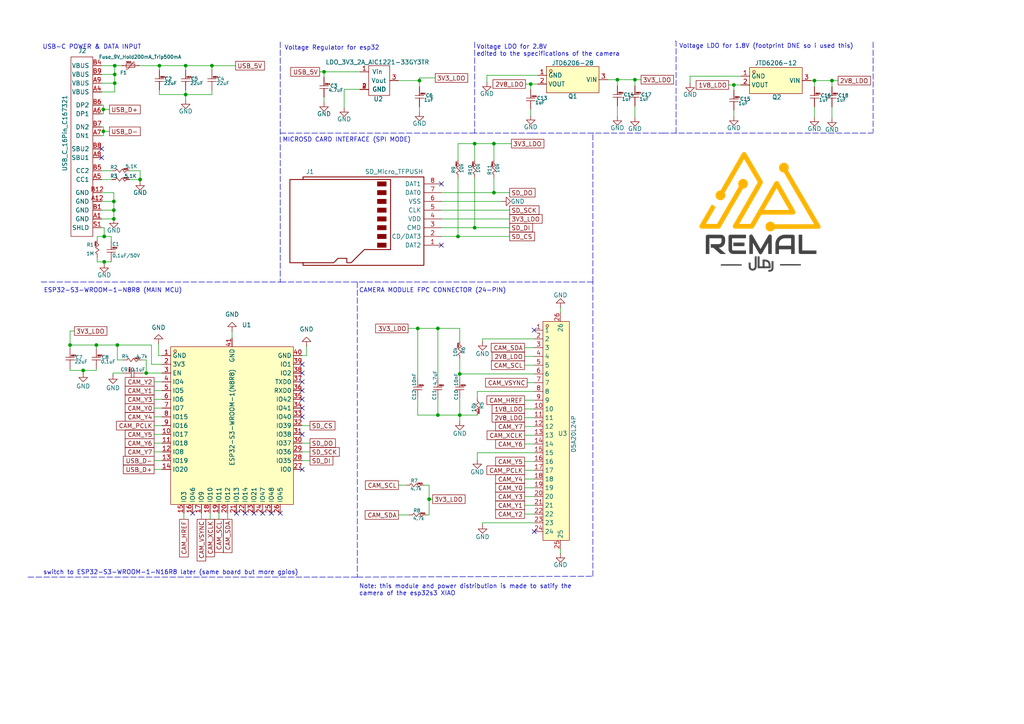
<source format=kicad_sch>
(kicad_sch (version 20231120) (generator "eeschema") (generator_version "8.0")
  (paper "A4")
  (title_block (title "AtlasCamera") (date "2025-03-25") (rev "v1.0") (company "Remal") (comment 1 "Sara AlMarzooqi"))
  (junction (at 27.94 100.076))
  (junction (at 137.668 66.04))
  (junction (at 121.666 23.368))
  (junction (at 20.32 100.076))
  (junction (at 133.35 108.458))
  (junction (at 42.418 108.204))
  (junction (at 127 95.25))
  (junction (at 241.3 23.368))
  (junction (at 61.468 19.05))
  (junction (at 53.848 27.432))
  (junction (at 53.848 19.05))
  (junction (at 46.228 19.05))
  (junction (at 33.02 58.42))
  (junction (at 143.256 41.656))
  (junction (at 33.274 19.05))
  (junction (at 121.158 95.25))
  (junction (at 179.07 23.114))
  (junction (at 29.972 31.75))
  (junction (at 33.274 24.13))
  (junction (at 24.13 107.442))
  (junction (at 143.256 55.88))
  (junction (at 184.15 23.114))
  (junction (at 212.852 24.638))
  (junction (at 132.842 68.58))
  (junction (at 137.668 41.656))
  (junction (at 33.02 60.96))
  (junction (at 40.64 52.07))
  (junction (at 30.226 68.58))
  (junction (at 30.226 75.946))
  (junction (at 153.924 24.384))
  (junction (at 127 120.396))
  (junction (at 93.98 20.828))
  (junction (at 33.274 21.59))
  (junction (at 34.036 100.076))
  (junction (at 124.46 144.78))
  (junction (at 29.972 38.1))
  (junction (at 236.22 23.368))
  (junction (at 133.35 120.396))
  (junction (at 33.02 63.5))
  (no_connect (at 55.88 148.844))
  (no_connect (at 87.63 125.984))
  (no_connect (at 87.63 115.824))
  (no_connect (at 73.66 148.844))
  (no_connect (at 78.74 148.844))
  (no_connect (at 87.63 120.904))
  (no_connect (at 68.58 148.844))
  (no_connect (at 87.63 105.664))
  (no_connect (at 87.63 108.204))
  (no_connect (at 87.63 110.744))
  (no_connect (at 154.94 95.758))
  (no_connect (at 128.016 71.12))
  (no_connect (at 87.63 136.144))
  (no_connect (at 71.12 148.844))
  (no_connect (at 29.464 43.18))
  (no_connect (at 87.63 113.284))
  (no_connect (at 87.63 118.364))
  (no_connect (at 154.94 154.178))
  (no_connect (at 81.28 148.844))
  (no_connect (at 29.464 45.72))
  (no_connect (at 128.016 53.34))
  (no_connect (at 76.2 148.844))
  (wire (pts (xy 32.258 68.58) (xy 30.226 68.58)))
  (wire (pts (xy 40.386 19.05) (xy 46.228 19.05)))
  (wire (pts (xy 29.464 39.37) (xy 29.972 39.37)))
  (wire (pts (xy 124.46 144.78) (xy 125.476 144.78)))
  (wire (pts (xy 87.63 103.124) (xy 88.9 103.124)))
  (wire (pts (xy 24.13 107.442) (xy 24.13 108.204)))
  (wire (pts (xy 128.016 55.88) (xy 143.256 55.88)))
  (wire (pts (xy 200.152 22.098) (xy 200.152 24.13)))
  (wire (pts (xy 133.35 120.396) (xy 133.35 122.174)))
  (polyline (pts (xy 154.432 38.608) (xy 192.278 38.608)) (stroke (width 0) (type dash)))
  (wire (pts (xy 133.35 115.57) (xy 133.35 120.396)))
  (wire (pts (xy 127 120.396) (xy 133.35 120.396)))
  (wire (pts (xy 21.59 96.012) (xy 20.32 96.012)))
  (wire (pts (xy 61.468 27.432) (xy 53.848 27.432)))
  (wire (pts (xy 53.848 19.05) (xy 61.468 19.05)))
  (wire (pts (xy 43.942 100.076) (xy 43.942 105.664)))
  (wire (pts (xy 44.704 118.364) (xy 46.99 118.364)))
  (wire (pts (xy 60.96 148.844) (xy 60.96 150.622)))
  (wire (pts (xy 32.258 68.58) (xy 32.258 69.85)))
  (wire (pts (xy 154.94 141.478) (xy 152.146 141.478)))
  (wire (pts (xy 137.668 66.04) (xy 147.828 66.04)))
  (wire (pts (xy 29.464 63.5) (xy 33.02 63.5)))
  (wire (pts (xy 33.02 63.5) (xy 33.02 60.96)))
  (wire (pts (xy 31.75 38.1) (xy 29.972 38.1)))
  (wire (pts (xy 66.04 148.844) (xy 66.04 150.622)))
  (wire (pts (xy 132.842 51.562) (xy 132.842 68.58)))
  (wire (pts (xy 152.146 121.158) (xy 154.94 121.158)))
  (polyline (pts (xy 154.432 38.608) (xy 137.668 38.608)) (stroke (width 0) (type dash)))
  (wire (pts (xy 143.256 41.656) (xy 143.256 46.482)))
  (polyline (pts (xy 171.958 81.788) (xy 154.432 81.788)) (stroke (width 0) (type dash)))
  (wire (pts (xy 137.668 41.656) (xy 137.668 46.482)))
  (wire (pts (xy 154.94 126.238) (xy 152.146 126.238)))
  (polyline (pts (xy 171.958 81.788) (xy 171.958 38.608)) (stroke (width 0) (type dash)))
  (wire (pts (xy 211.328 24.638) (xy 212.852 24.638)))
  (wire (pts (xy 153.924 31.75) (xy 153.924 33.528)))
  (wire (pts (xy 115.57 140.716) (xy 117.856 140.716)))
  (wire (pts (xy 88.9 103.124) (xy 88.9 100.33)))
  (wire (pts (xy 121.158 115.57) (xy 121.158 120.396)))
  (wire (pts (xy 44.704 113.284) (xy 46.99 113.284)))
  (wire (pts (xy 63.5 148.844) (xy 63.5 150.622)))
  (wire (pts (xy 29.972 33.02) (xy 29.464 33.02)))
  (wire (pts (xy 154.94 123.698) (xy 152.146 123.698)))
  (wire (pts (xy 29.464 24.13) (xy 33.274 24.13)))
  (wire (pts (xy 154.94 136.398) (xy 152.146 136.398)))
  (wire (pts (xy 154.94 131.318) (xy 138.43 131.318)))
  (wire (pts (xy 53.34 148.844) (xy 53.34 150.622)))
  (wire (pts (xy 128.016 68.58) (xy 132.842 68.58)))
  (wire (pts (xy 61.468 19.05) (xy 68.326 19.05)))
  (wire (pts (xy 133.35 95.25) (xy 133.35 99.06)))
  (wire (pts (xy 152.4 24.384) (xy 153.924 24.384)))
  (wire (pts (xy 29.972 36.83) (xy 29.972 38.1)))
  (polyline (pts (xy 171.958 38.608) (xy 172.212 38.608)) (stroke (width 0) (type dash)))
  (wire (pts (xy 29.464 55.88) (xy 33.02 55.88)))
  (wire (pts (xy 137.668 41.656) (xy 132.842 41.656)))
  (wire (pts (xy 132.842 68.58) (xy 147.828 68.58)))
  (wire (pts (xy 139.954 151.638) (xy 139.954 152.146)))
  (polyline (pts (xy 195.834 11.938) (xy 196.088 11.938)) (stroke (width 0) (type dash)))
  (wire (pts (xy 29.464 21.59) (xy 33.274 21.59)))
  (wire (pts (xy 133.35 108.458) (xy 133.35 109.728)))
  (wire (pts (xy 143.256 41.656) (xy 137.668 41.656)))
  (wire (pts (xy 154.94 116.078) (xy 152.146 116.078)))
  (wire (pts (xy 32.258 75.692) (xy 32.258 75.946)))
  (wire (pts (xy 30.226 75.946) (xy 30.226 76.454)))
  (wire (pts (xy 93.98 20.828) (xy 93.98 22.352)))
  (wire (pts (xy 139.954 98.298) (xy 139.954 99.06)))
  (wire (pts (xy 33.274 24.13) (xy 33.274 21.59)))
  (wire (pts (xy 243.078 23.368) (xy 241.3 23.368)))
  (wire (pts (xy 122.936 140.716) (xy 124.46 140.716)))
  (polyline (pts (xy 253.238 12.192) (xy 253.238 38.354)) (stroke (width 0) (type dash)))
  (wire (pts (xy 20.32 96.012) (xy 20.32 100.076)))
  (wire (pts (xy 127 95.25) (xy 133.35 95.25)))
  (wire (pts (xy 44.704 131.064) (xy 46.99 131.064)))
  (wire (pts (xy 121.666 23.368) (xy 121.666 25.146)))
  (wire (pts (xy 154.94 110.998) (xy 152.908 110.998)))
  (wire (pts (xy 121.158 120.396) (xy 127 120.396)))
  (wire (pts (xy 87.63 133.604) (xy 89.916 133.604)))
  (wire (pts (xy 29.464 58.42) (xy 33.02 58.42)))
  (wire (pts (xy 34.036 100.076) (xy 27.94 100.076)))
  (wire (pts (xy 67.31 96.012) (xy 67.31 98.044)))
  (wire (pts (xy 35.56 108.204) (xy 32.766 108.204)))
  (wire (pts (xy 27.94 100.076) (xy 20.32 100.076)))
  (wire (pts (xy 44.704 110.744) (xy 46.99 110.744)))
  (wire (pts (xy 92.71 20.828) (xy 93.98 20.828)))
  (wire (pts (xy 42.418 108.204) (xy 46.99 108.204)))
  (wire (pts (xy 99.822 25.908) (xy 104.394 25.908)))
  (polyline (pts (xy 81.28 81.788) (xy 154.432 81.788)) (stroke (width 0) (type dash)))
  (polyline (pts (xy 81.28 38.608) (xy 137.668 38.608)) (stroke (width 0) (type dash)))
  (wire (pts (xy 121.666 30.988) (xy 121.666 32.512)))
  (wire (pts (xy 29.972 36.83) (xy 29.464 36.83)))
  (wire (pts (xy 132.842 41.656) (xy 132.842 46.482)))
  (wire (pts (xy 127 115.57) (xy 127 120.396)))
  (wire (pts (xy 58.42 148.844) (xy 58.42 150.622)))
  (wire (pts (xy 87.63 131.064) (xy 89.916 131.064)))
  (wire (pts (xy 43.942 100.076) (xy 34.036 100.076)))
  (wire (pts (xy 124.46 149.352) (xy 123.698 149.352)))
  (wire (pts (xy 87.63 123.444) (xy 89.916 123.444)))
  (wire (pts (xy 121.666 23.368) (xy 121.666 22.606)))
  (wire (pts (xy 33.274 26.67) (xy 33.274 24.13)))
  (wire (pts (xy 138.43 113.538) (xy 154.94 113.538)))
  (wire (pts (xy 40.64 49.53) (xy 40.64 52.07)))
  (wire (pts (xy 35.306 19.05) (xy 33.274 19.05)))
  (wire (pts (xy 162.56 90.678) (xy 162.56 89.154)))
  (wire (pts (xy 93.98 28.194) (xy 93.98 29.718)))
  (wire (pts (xy 115.57 149.352) (xy 118.618 149.352)))
  (wire (pts (xy 20.32 107.442) (xy 24.13 107.442)))
  (wire (pts (xy 35.814 104.394) (xy 34.036 104.394)))
  (wire (pts (xy 148.336 41.656) (xy 143.256 41.656)))
  (wire (pts (xy 154.94 133.858) (xy 152.146 133.858)))
  (wire (pts (xy 29.464 52.07) (xy 32.512 52.07)))
  (wire (pts (xy 28.194 69.596) (xy 28.194 68.58)))
  (wire (pts (xy 99.822 25.908) (xy 99.822 31.242)))
  (wire (pts (xy 127 95.25) (xy 127 109.728)))
  (wire (pts (xy 128.016 58.42) (xy 145.542 58.42)))
  (wire (pts (xy 44.704 128.524) (xy 46.99 128.524)))
  (wire (pts (xy 29.972 30.48) (xy 29.972 31.75)))
  (wire (pts (xy 44.704 123.444) (xy 46.99 123.444)))
  (wire (pts (xy 27.94 107.442) (xy 27.94 106.934)))
  (wire (pts (xy 93.98 20.828) (xy 104.394 20.828)))
  (wire (pts (xy 32.766 108.204) (xy 32.766 108.712)))
  (wire (pts (xy 53.848 27.432) (xy 53.848 28.956)))
  (wire (pts (xy 184.15 30.734) (xy 184.15 34.036)))
  (wire (pts (xy 124.46 140.716) (xy 124.46 144.78)))
  (wire (pts (xy 154.94 149.098) (xy 152.146 149.098)))
  (wire (pts (xy 154.94 98.298) (xy 139.954 98.298)))
  (wire (pts (xy 61.468 19.05) (xy 61.468 20.32)))
  (wire (pts (xy 40.64 52.07) (xy 40.64 52.578)))
  (wire (pts (xy 61.468 26.162) (xy 61.468 27.432)))
  (wire (pts (xy 154.94 151.638) (xy 139.954 151.638)))
  (wire (pts (xy 236.22 23.368) (xy 236.22 25.146)))
  (wire (pts (xy 44.704 125.984) (xy 46.99 125.984)))
  (wire (pts (xy 46.228 19.05) (xy 53.848 19.05)))
  (wire (pts (xy 28.194 68.58) (xy 30.226 68.58)))
  (polyline (pts (xy 103.632 81.788) (xy 103.632 167.386)) (stroke (width 0) (type dash)))
  (wire (pts (xy 154.94 103.378) (xy 152.146 103.378)))
  (wire (pts (xy 179.07 30.734) (xy 179.07 33.782)))
  (polyline (pts (xy 196.088 38.608) (xy 196.088 11.938)) (stroke (width 0) (type dash)))
  (wire (pts (xy 236.22 23.368) (xy 241.3 23.368)))
  (wire (pts (xy 45.974 103.124) (xy 46.99 103.124)))
  (wire (pts (xy 29.464 66.04) (xy 30.226 66.04)))
  (wire (pts (xy 20.32 100.076) (xy 20.32 101.092)))
  (wire (pts (xy 184.15 23.114) (xy 184.15 24.892)))
  (wire (pts (xy 41.402 108.204) (xy 42.418 108.204)))
  (wire (pts (xy 154.94 100.838) (xy 152.146 100.838)))
  (wire (pts (xy 241.3 30.988) (xy 241.3 34.29)))
  (wire (pts (xy 162.56 160.528) (xy 162.56 159.258)))
  (wire (pts (xy 179.07 23.114) (xy 184.15 23.114)))
  (wire (pts (xy 184.15 23.114) (xy 185.928 23.114)))
  (wire (pts (xy 30.226 75.946) (xy 32.258 75.946)))
  (wire (pts (xy 33.274 19.05) (xy 33.274 21.59)))
  (wire (pts (xy 154.94 138.938) (xy 152.146 138.938)))
  (wire (pts (xy 27.94 101.092) (xy 27.94 100.076)))
  (wire (pts (xy 143.256 51.562) (xy 143.256 55.88)))
  (wire (pts (xy 212.852 24.638) (xy 214.884 24.638)))
  (wire (pts (xy 53.848 27.432) (xy 46.228 27.432)))
  (wire (pts (xy 133.35 104.14) (xy 133.35 108.458)))
  (polyline (pts (xy 171.958 167.132) (xy 171.958 81.788)) (stroke (width 0) (type dash)))
  (wire (pts (xy 121.666 22.606) (xy 126.238 22.606)))
  (wire (pts (xy 37.592 49.53) (xy 40.64 49.53)))
  (wire (pts (xy 121.158 109.728) (xy 121.158 95.25)))
  (wire (pts (xy 29.464 49.53) (xy 32.512 49.53)))
  (wire (pts (xy 154.94 144.018) (xy 152.146 144.018)))
  (wire (pts (xy 20.32 106.934) (xy 20.32 107.442)))
  (wire (pts (xy 179.07 23.114) (xy 179.07 24.892)))
  (wire (pts (xy 154.94 128.778) (xy 152.146 128.778)))
  (wire (pts (xy 46.228 27.432) (xy 46.228 26.162)))
  (wire (pts (xy 133.35 120.396) (xy 138.43 120.396)))
  (wire (pts (xy 153.924 24.384) (xy 153.924 25.908)))
  (wire (pts (xy 29.464 19.05) (xy 33.274 19.05)))
  (wire (pts (xy 87.63 128.524) (xy 89.916 128.524)))
  (wire (pts (xy 53.848 19.05) (xy 53.848 20.32)))
  (wire (pts (xy 46.228 19.05) (xy 46.228 20.32)))
  (wire (pts (xy 212.852 32.004) (xy 212.852 33.782)))
  (wire (pts (xy 45.974 99.568) (xy 45.974 103.124)))
  (wire (pts (xy 29.972 31.75) (xy 29.972 33.02)))
  (wire (pts (xy 214.884 22.098) (xy 200.152 22.098)))
  (wire (pts (xy 44.704 133.604) (xy 46.99 133.604)))
  (wire (pts (xy 33.02 58.42) (xy 33.02 55.88)))
  (wire (pts (xy 124.46 144.78) (xy 124.46 149.352)))
  (wire (pts (xy 24.13 107.442) (xy 27.94 107.442)))
  (polyline (pts (xy 137.668 12.192) (xy 137.668 38.608)) (stroke (width 0) (type dash)))
  (wire (pts (xy 28.194 75.946) (xy 30.226 75.946)))
  (wire (pts (xy 31.75 31.75) (xy 29.972 31.75)))
  (wire (pts (xy 152.146 118.618) (xy 154.94 118.618)))
  (wire (pts (xy 133.35 108.458) (xy 154.94 108.458)))
  (wire (pts (xy 40.894 104.394) (xy 42.418 104.394)))
  (wire (pts (xy 28.194 74.676) (xy 28.194 75.946)))
  (wire (pts (xy 176.276 23.114) (xy 179.07 23.114)))
  (wire (pts (xy 241.3 23.368) (xy 241.3 25.146)))
  (wire (pts (xy 44.704 120.904) (xy 46.99 120.904)))
  (polyline (pts (xy 11.938 81.788) (xy 81.28 81.788)) (stroke (width 0) (type dash)))
  (wire (pts (xy 29.972 38.1) (xy 29.972 39.37)))
  (wire (pts (xy 128.016 63.5) (xy 147.828 63.5)))
  (wire (pts (xy 128.016 66.04) (xy 137.668 66.04)))
  (wire (pts (xy 115.57 23.368) (xy 121.666 23.368)))
  (wire (pts (xy 153.924 24.384) (xy 155.956 24.384)))
  (wire (pts (xy 42.418 104.394) (xy 42.418 108.204)))
  (polyline (pts (xy 8.128 167.386) (xy 103.632 167.386)) (stroke (width 0) (type dash)))
  (polyline (pts (xy 192.278 38.608) (xy 253.238 38.608)) (stroke (width 0) (type dash)))
  (wire (pts (xy 34.036 104.394) (xy 34.036 100.076)))
  (wire (pts (xy 235.204 23.368) (xy 236.22 23.368)))
  (wire (pts (xy 33.02 60.96) (xy 33.02 58.42)))
  (wire (pts (xy 128.016 60.96) (xy 147.828 60.96)))
  (wire (pts (xy 138.43 131.318) (xy 138.43 133.35)))
  (wire (pts (xy 154.94 105.918) (xy 152.146 105.918)))
  (wire (pts (xy 29.464 30.48) (xy 29.972 30.48)))
  (wire (pts (xy 44.704 136.144) (xy 46.99 136.144)))
  (wire (pts (xy 30.226 66.04) (xy 30.226 68.58)))
  (wire (pts (xy 53.848 26.162) (xy 53.848 27.432)))
  (wire (pts (xy 29.464 60.96) (xy 33.02 60.96)))
  (wire (pts (xy 212.852 24.638) (xy 212.852 26.162)))
  (wire (pts (xy 137.668 51.562) (xy 137.668 66.04)))
  (wire (pts (xy 44.704 115.824) (xy 46.99 115.824)))
  (wire (pts (xy 121.158 95.25) (xy 127 95.25)))
  (wire (pts (xy 29.464 26.67) (xy 33.274 26.67)))
  (wire (pts (xy 143.256 55.88) (xy 147.828 55.88)))
  (wire (pts (xy 155.956 21.844) (xy 141.224 21.844)))
  (wire (pts (xy 141.224 21.844) (xy 141.224 23.876)))
  (wire (pts (xy 138.43 113.538) (xy 138.43 115.316)))
  (wire (pts (xy 236.22 30.988) (xy 236.22 34.036)))
  (polyline (pts (xy 81.28 12.192) (xy 81.28 81.788)) (stroke (width 0) (type dash)))
  (polyline (pts (xy 103.632 167.386) (xy 171.958 167.132)) (stroke (width 0) (type dash)))
  (wire (pts (xy 154.94 146.558) (xy 152.146 146.558)))
  (wire (pts (xy 118.364 95.25) (xy 121.158 95.25)))
  (wire (pts (xy 37.592 52.07) (xy 40.64 52.07)))
  (wire (pts (xy 43.942 105.664) (xy 46.99 105.664)))
  (polyline (pts (xy 215.9222 71.3868) (xy 212.6996 71.3868) (xy 212.6996 70.3496) (xy 215.9222 70.3496) (xy 215.9222 71.3868)) (stroke (width -0.0001) (type solid)) (fill (type color) (color 66 66 66 1)))
  (polyline (pts (xy 207.264 68.072) (xy 208.2964 68.0823) (xy 209.3288 68.0994) (xy 209.4323 68.1263) (xy 209.53 68.1586) (xy 209.6221 68.1961) (xy 209.6661 68.2169) (xy 209.7085 68.2389) (xy 209.7496 68.2623) (xy 209.7892 68.287) (xy 209.8275 68.313) (xy 209.8643 68.3404) (xy 209.8996 68.369) (xy 209.9336 68.399) (xy 209.9661 68.4303) (xy 209.9972 68.4629) (xy 210.0269 68.4969) (xy 210.0551 68.5321) (xy 210.0819 68.5687) (xy 210.1073 68.6066) (xy 210.1313 68.6458) (xy 210.1539 68.6863) (xy 210.175 68.7282) (xy 210.1947 68.7714) (xy 210.213 68.8159) (xy 210.2299 68.8617) (xy 210.2593 68.9573) (xy 210.2831 69.0582) (xy 210.3011 69.1643) (xy 210.3081 69.4236) (xy 210.3104 69.6829) (xy 210.3081 69.9422) (xy 210.3011 70.2015) (xy 210.2769 70.3525) (xy 210.2445 70.4965) (xy 210.2041 70.6336) (xy 210.1555 70.7638) (xy 210.0988 70.8871) (xy 210.034 71.0034) (xy 209.9611 71.1128) (xy 209.8801 71.2152) (xy 209.7909 71.3107) (xy 209.6937 71.3993) (xy 209.5883 71.4809) (xy 209.4749 71.5556) (xy 209.3533 71.6234) (xy 209.2236 71.6842) (xy 209.0858 71.7381) (xy 208.9398 71.785) (xy 208.8824 71.7971) (xy 208.8249 71.8084) (xy 208.7672 71.8188) (xy 208.7094 71.8285) (xy 208.6514 71.8374) (xy 208.5934 71.8454) (xy 208.5351 71.8526) (xy 208.4768 71.8591) (xy 208.9923 72.3121) (xy 209.5099 72.7626) (xy 210.0295 73.2104) (xy 210.5511 73.6556) (xy 210.1529 73.6626) (xy 209.7547 73.6649) (xy 209.3566 73.6626) (xy 208.9584 73.6556) (xy 208.4367 73.2104) (xy 207.9171 72.7626) (xy 207.3995 72.3121) (xy 206.884 71.8591) (xy 206.6989 71.8533) (xy 206.5137 71.8498) (xy 206.3284 71.8486) (xy 206.1432 71.8498) (xy 206.1432 70.8127) (xy 207.3471 70.8127) (xy 208.5509 70.8034) (xy 208.6142 70.7923) (xy 208.6749 70.778) (xy 208.733 70.7605) (xy 208.7883 70.7397) (xy 208.8411 70.7158) (xy 208.8911 70.6885) (xy 208.9385 70.6581) (xy 208.9832 70.6244) (xy 209.0253 70.5874) (xy 209.0647 70.5473) (xy 209.1015 70.5039) (xy 209.1356 70.4573) (xy 209.167 70.4074) (xy 209.1958 70.3544) (xy 209.222 70.2981) (xy 209.2454 70.2385) (xy 209.2555 70.1092) (xy 209.2634 69.9798) (xy 209.2691 69.8503) (xy 209.2725 69.7207) (xy 209.2737 69.591) (xy 209.2727 69.4612) (xy 209.2694 69.3313) (xy 209.2639 69.2013) (xy 209.2596 69.1938) (xy 209.2549 69.1865) (xy 209.25 69.1795) (xy 209.2448 69.1729) (xy 209.2394 69.1666) (xy 209.2336 69.1606) (xy 209.2277 69.1549) (xy 209.2214 69.1495) (xy 209.2149 69.1445) (xy 209.2082 69.1398) (xy 209.2011 69.1353) (xy 209.1939 69.1312) (xy 209.1863 69.1275) (xy 209.1785 69.124) (xy 209.1704 69.1208) (xy 209.1621 69.118) (xy 207.4582 69.1087) (xy 205.7542 69.1087) (xy 205.7542 73.6649) (xy 204.7171 73.6649) (xy 204.7171 71.0905) (xy 204.7263 68.5161) (xy 204.7377 68.4684) (xy 204.7515 68.4234) (xy 204.7677 68.3811) (xy 204.7767 68.3609) (xy 204.7863 68.3414) (xy 204.7965 68.3225) (xy 204.8074 68.3044) (xy 204.8188 68.2868) (xy 204.8308 68.27) (xy 204.8435 68.2537) (xy 204.8567 68.2382) (xy 204.8706 68.2233) (xy 204.885 68.2091) (xy 204.9001 68.1955) (xy 204.9158 68.1826) (xy 204.932 68.1704) (xy 204.9489 68.1588) (xy 204.9664 68.1479) (xy 204.9845 68.1377) (xy 205.0032 68.1281) (xy 205.0225 68.1192) (xy 205.0424 68.1109) (xy 205.0629 68.1033) (xy 205.1057 68.0901) (xy 205.151 68.0795) (xy 205.1986 68.0716) (xy 206.2314 68.0684) (xy 207.264 68.072)) (stroke (width -0.0001) (type solid)) (fill (type color) (color 66 66 66 1)))
  (polyline (pts (xy 219.4782 75.8966) (xy 219.4689 77.4431) (xy 219.4502 77.5436) (xy 219.4261 77.6392) (xy 219.3968 77.7301) (xy 219.3622 77.816) (xy 219.3223 77.8972) (xy 219.277 77.9735) (xy 219.2265 78.045) (xy 219.1993 78.0789) (xy 219.1707 78.1117) (xy 219.1408 78.1432) (xy 219.1096 78.1735) (xy 219.0432 78.2305) (xy 218.9715 78.2827) (xy 218.8945 78.33) (xy 218.8122 78.3725) (xy 218.7247 78.4102) (xy 218.6318 78.443) (xy 218.5336 78.471) (xy 218.4519 78.4833) (xy 218.3717 78.4908) (xy 218.2931 78.4938) (xy 218.216 78.4921) (xy 218.1405 78.4858) (xy 218.0666 78.4748) (xy 217.9942 78.4592) (xy 217.9234 78.4389) (xy 217.8541 78.414) (xy 217.7864 78.3845) (xy 217.7203 78.3503) (xy 217.6557 78.3115) (xy 217.5927 78.2681) (xy 217.5313 78.22) (xy 217.4714 78.1672) (xy 217.4131 78.1099) (xy 217.3853 78.0703) (xy 217.3591 78.0301) (xy 217.3344 77.9893) (xy 217.3113 77.948) (xy 217.2897 77.906) (xy 217.2696 77.8635) (xy 217.2511 77.8204) (xy 217.2341 77.7767) (xy 217.2187 77.7325) (xy 217.2048 77.6876) (xy 217.1925 77.6421) (xy 217.1816 77.5961) (xy 217.1724 77.5495) (xy 217.1646 77.5023) (xy 217.1585 77.4545) (xy 217.1538 77.4061) (xy 217.148 77.0959) (xy 217.1446 76.7857) (xy 217.1434 76.4755) (xy 217.1446 76.1652) (xy 217.7187 76.1652) (xy 217.7165 76.4896) (xy 217.7204 76.8138) (xy 217.7304 77.1378) (xy 217.7465 77.4616) (xy 217.7541 77.4953) (xy 217.7625 77.5278) (xy 217.7718 77.559) (xy 217.782 77.589) (xy 217.7931 77.6178) (xy 217.8051 77.6454) (xy 217.8179 77.6718) (xy 217.8316 77.6969) (xy 217.8462 77.7208) (xy 217.8616 77.7435) (xy 217.8779 77.765) (xy 217.8951 77.7852) (xy 217.9132 77.8043) (xy 217.9321 77.8221) (xy 217.9519 77.8387) (xy 217.9726 77.8541) (xy 217.9942 77.8682) (xy 218.0166 77.8811) (xy 218.0399 77.8928) (xy 218.0641 77.9033) (xy 218.0892 77.9126) (xy 218.1151 77.9206) (xy 218.1419 77.9275) (xy 218.1696 77.9331) (xy 218.1982 77.9374) (xy 218.2276 77.9406) (xy 218.2579 77.9425) (xy 218.2891 77.9433) (xy 218.3211 77.9428) (xy 218.354 77.941) (xy 218.3878 77.9381) (xy 218.4225 77.9339) (xy 218.4741 77.9178) (xy 218.5227 77.899) (xy 218.5459 77.8887) (xy 218.5684 77.8778) (xy 218.5901 77.8662) (xy 218.6111 77.8539) (xy 218.6314 77.8411) (xy 218.6509 77.8276) (xy 218.6697 77.8134) (xy 218.6878 77.7987) (xy 218.7051 77.7832) (xy 218.7217 77.7672) (xy 218.7376 77.7505) (xy 218.7527 77.7332) (xy 218.7671 77.7152) (xy 218.7807 77.6966) (xy 218.7937 77.6773) (xy 218.8058 77.6575) (xy 218.8173 77.6369) (xy 218.828 77.6158) (xy 218.838 77.594) (xy 218.8473 77.5715) (xy 218.8558 77.5485) (xy 218.8635 77.5247) (xy 218.8769 77.4754) (xy 218.8873 77.4235) (xy 218.8948 77.369) (xy 218.904 75.8596) (xy 218.904 74.3501) (xy 219.4782 74.3501) (xy 219.4782 75.8966)) (stroke (width -0.0001) (type solid)) (fill (type color) (color 66 66 66 1)))
  (polyline (pts (xy 215.5212 51.8961) (xy 215.5801 51.8987) (xy 215.6394 51.9039) (xy 215.6991 51.9116) (xy 215.7593 51.922) (xy 215.8198 51.9349) (xy 215.8808 51.9504) (xy 215.9422 51.9684) (xy 216.0041 51.9891) (xy 216.129 52.0381) (xy 216.2556 52.0974) (xy 216.3119 52.1392) (xy 216.3658 52.1819) (xy 216.4171 52.2254) (xy 216.466 52.2698) (xy 216.5124 52.3149) (xy 216.5563 52.3609) (xy 216.5976 52.4077) (xy 216.6365 52.4554) (xy 216.6729 52.5039) (xy 216.7068 52.5532) (xy 216.7382 52.6033) (xy 216.767 52.6543) (xy 216.7934 52.7061) (xy 216.8173 52.7587) (xy 216.8387 52.8122) (xy 216.8576 52.8664) (xy 216.874 52.9216) (xy 216.8879 52.9775) (xy 216.8993 53.0343) (xy 216.9083 53.0918) (xy 216.9147 53.1503) (xy 216.9186 53.2095) (xy 216.92 53.2696) (xy 216.9189 53.3305) (xy 216.9154 53.3922) (xy 216.9093 53.4548) (xy 216.9007 53.5182) (xy 216.8897 53.5824) (xy 216.8761 53.6475) (xy 216.8601 53.7133) (xy 216.8415 53.78) (xy 216.8204 53.8476) (xy 216.7912 53.9105) (xy 216.7597 53.9714) (xy 216.7261 54.0301) (xy 216.6902 54.0866) (xy 216.6522 54.141) (xy 216.612 54.1932) (xy 216.5695 54.2433) (xy 216.5249 54.2913) (xy 216.4781 54.3371) (xy 216.4291 54.3807) (xy 216.3779 54.4223) (xy 216.3245 54.4616) (xy 216.2689 54.4989) (xy 216.2111 54.5339) (xy 216.1511 54.5669) (xy 216.0889 54.5977) (xy 216.0123 54.6228) (xy 215.9354 54.6464) (xy 215.8583 54.6684) (xy 215.7809 54.6889) (xy 215.7032 54.7078) (xy 215.6252 54.7251) (xy 215.547 54.7409) (xy 215.4684 54.7551) (xy 208.9306 66.0713) (xy 208.9106 66.0948) (xy 208.8899 66.1172) (xy 208.8686 66.1386) (xy 208.8467 66.1589) (xy 208.8241 66.1782) (xy 208.8008 66.1965) (xy 208.7769 66.2137) (xy 208.7523 66.2298) (xy 208.7271 66.2449) (xy 208.7013 66.259) (xy 208.6747 66.272) (xy 208.6476 66.284) (xy 208.6197 66.2949) (xy 208.5913 66.3048) (xy 208.5622 66.3136) (xy 208.5324 66.3214) (xy 205.9672 66.3307) (xy 203.4021 66.3214) (xy 203.3495 66.3073) (xy 203.2994 66.2907) (xy 203.2519 66.2717) (xy 203.2069 66.25) (xy 203.1645 66.2259) (xy 203.1245 66.1992) (xy 203.0872 66.17) (xy 203.0523 66.1383) (xy 203.02 66.104) (xy 202.9903 66.0672) (xy 202.963 66.0279) (xy 202.9384 65.9861) (xy 202.9162 65.9417) (xy 202.8966 65.8949) (xy 202.8795 65.8455) (xy 202.865 65.7935) (xy 202.865 65.5342) (xy 202.8841 65.4815) (xy 202.9047 65.4293) (xy 202.9268 65.3776) (xy 202.9504 65.3264) (xy 202.9754 65.2757) (xy 203.0019 65.2256) (xy 203.03 65.1759) (xy 203.0595 65.1268) (xy 206.4303 59.3112) (xy 206.7272 59.4834) (xy 207.0222 59.6581) (xy 207.3153 59.8353) (xy 207.6063 60.015) (xy 204.7541 64.9508) (xy 205.5644 64.9589) (xy 206.3747 64.9601) (xy 207.185 64.9543) (xy 207.9953 64.9416) (xy 214.2924 54.0328) (xy 214.2426 53.9245) (xy 214.2007 53.8169) (xy 214.1665 53.7101) (xy 214.1402 53.6039) (xy 214.1216 53.4984) (xy 214.1108 53.3936) (xy 214.1078 53.2896) (xy 214.1126 53.1862) (xy 214.1252 53.0835) (xy 214.1455 52.9815) (xy 214.1737 52.8803) (xy 214.2096 52.7797) (xy 214.2533 52.6798) (xy 214.3049 52.5807) (xy 214.3642 52.4822) (xy 214.4313 52.3844) (xy 214.5327 52.2893) (xy 214.6358 52.2044) (xy 214.688 52.1658) (xy 214.7406 52.1298) (xy 214.7937 52.0964) (xy 214.8471 52.0655) (xy 214.901 52.0372) (xy 214.9553 52.0115) (xy 215.01 51.9884) (xy 215.0651 51.9678) (xy 215.1206 51.9499) (xy 215.1766 51.9344) (xy 215.233 51.9216) (xy 215.2898 51.9114) (xy 215.347 51.9037) (xy 215.4046 51.8986) (xy 215.4627 51.896) (xy 215.5212 51.8961)) (stroke (width -0.0001) (type solid)) (fill (type color) (color 253 179 2 1)))
  (polyline (pts (xy 229.998 68.0808) (xy 230.051 68.0871) (xy 230.1011 68.0965) (xy 230.125 68.1024) (xy 230.1482 68.109) (xy 230.1706 68.1164) (xy 230.1922 68.1246) (xy 230.2132 68.1336) (xy 230.2334 68.1433) (xy 230.2528 68.1538) (xy 230.2715 68.1651) (xy 230.2894 68.1771) (xy 230.3066 68.19) (xy 230.3231 68.2036) (xy 230.3388 68.2179) (xy 230.3537 68.2331) (xy 230.368 68.249) (xy 230.3814 68.2657) (xy 230.3942 68.2832) (xy 230.4061 68.3014) (xy 230.4174 68.3204) (xy 230.4279 68.3402) (xy 230.4376 68.3608) (xy 230.4466 68.3821) (xy 230.4549 68.4042) (xy 230.4624 68.4271) (xy 230.4692 68.4508) (xy 230.4805 68.5004) (xy 230.4888 68.5531) (xy 230.4981 71.109) (xy 230.4981 73.6649) (xy 229.4609 73.6649) (xy 229.4609 72.3128) (xy 225.9234 72.3128) (xy 225.9234 73.6649) (xy 224.9048 73.6649) (xy 224.9048 72.0999) (xy 224.911 71.0572) (xy 225.9209 71.0572) (xy 225.921 71.1664) (xy 225.9234 71.2757) (xy 229.4609 71.2757) (xy 229.4609 69.1087) (xy 227.5533 69.1087) (xy 227.5028 69.1171) (xy 227.4522 69.126) (xy 227.4014 69.1356) (xy 227.3506 69.1457) (xy 227.2996 69.1564) (xy 227.2485 69.1677) (xy 227.1458 69.1921) (xy 227.0304 69.2274) (xy 226.9206 69.268) (xy 226.8163 69.3141) (xy 226.7177 69.3656) (xy 226.6246 69.4225) (xy 226.5371 69.4848) (xy 226.4552 69.5525) (xy 226.3789 69.6256) (xy 226.3082 69.7042) (xy 226.2431 69.7881) (xy 226.1836 69.8774) (xy 226.1296 69.9722) (xy 226.0813 70.0723) (xy 226.0385 70.1779) (xy 226.0013 70.2888) (xy 225.9697 70.4052) (xy 225.9557 70.5135) (xy 225.944 70.6219) (xy 225.9347 70.7305) (xy 225.9278 70.8393) (xy 225.9232 70.9482) (xy 225.9209 71.0572) (xy 224.911 71.0572) (xy 224.9141 70.5348) (xy 224.9487 70.3168) (xy 224.9948 70.1083) (xy 225.0524 69.9094) (xy 225.1216 69.72) (xy 225.2023 69.5402) (xy 225.2945 69.3699) (xy 225.3982 69.2091) (xy 225.5134 69.058) (xy 225.6401 68.9163) (xy 225.7783 68.7842) (xy 225.9281 68.6616) (xy 226.0894 68.5486) (xy 226.2621 68.4451) (xy 226.4464 68.3512) (xy 226.6422 68.2668) (xy 226.8495 68.192) (xy 226.9462 68.1679) (xy 227.0431 68.1464) (xy 227.1401 68.1275) (xy 227.2373 68.1111) (xy 227.3346 68.0974) (xy 227.4321 68.0862) (xy 227.5296 68.0776) (xy 227.6274 68.0716) (xy 228.8127 68.0716) (xy 229.998 68.0808)) (stroke (width -0.0001) (type solid)) (fill (type color) (color 66 66 66 1)))
  (polyline (pts (xy 216.3667 69.1087) (xy 212.3291 69.1087) (xy 212.3291 70.7478) (xy 212.3384 72.3869) (xy 212.3472 72.4127) (xy 212.3572 72.4371) (xy 212.3685 72.4601) (xy 212.381 72.4818) (xy 212.3946 72.5022) (xy 212.4095 72.5212) (xy 212.4174 72.5302) (xy 212.4257 72.5388) (xy 212.4342 72.5472) (xy 212.443 72.5551) (xy 212.4521 72.5628) (xy 212.4615 72.5701) (xy 212.4713 72.5771) (xy 212.4813 72.5837) (xy 212.5023 72.596) (xy 212.5245 72.6069) (xy 212.5479 72.6164) (xy 212.5726 72.6246) (xy 212.5984 72.6315) (xy 212.6255 72.637) (xy 214.4961 72.6462) (xy 216.3667 72.6462) (xy 216.3667 73.6649) (xy 214.4313 73.6649) (xy 212.4958 73.6556) (xy 212.3697 73.6303) (xy 212.2504 73.5983) (xy 212.138 73.5596) (xy 212.0844 73.5376) (xy 212.0325 73.5141) (xy 211.9823 73.4888) (xy 211.9338 73.4618) (xy 211.887 73.4332) (xy 211.842 73.4029) (xy 211.7987 73.3708) (xy 211.757 73.3371) (xy 211.7171 73.3018) (xy 211.6789 73.2647) (xy 211.6425 73.226) (xy 211.6077 73.1855) (xy 211.5747 73.1434) (xy 211.5433 73.0996) (xy 211.5137 73.0541) (xy 211.4858 73.0069) (xy 211.4597 72.9581) (xy 211.4352 72.9075) (xy 211.4124 72.8553) (xy 211.3914 72.8014) (xy 211.3545 72.6885) (xy 211.3244 72.5689) (xy 211.3012 72.4425) (xy 211.292 70.4608) (xy 211.3012 68.479) (xy 211.3154 68.4353) (xy 211.3316 68.394) (xy 211.3498 68.3551) (xy 211.3701 68.3187) (xy 211.381 68.3014) (xy 211.3924 68.2847) (xy 211.4044 68.2686) (xy 211.4168 68.2531) (xy 211.4298 68.2382) (xy 211.4433 68.224) (xy 211.4573 68.2103) (xy 211.4718 68.1973) (xy 211.4868 68.1849) (xy 211.5023 68.1731) (xy 211.5183 68.1619) (xy 211.5349 68.1513) (xy 211.552 68.1413) (xy 211.5695 68.1319) (xy 211.5876 68.1231) (xy 211.6062 68.115) (xy 211.645 68.1005) (xy 211.6858 68.0884) (xy 211.7286 68.0788) (xy 211.7735 68.0716) (xy 216.3667 68.0716) (xy 216.3667 69.1087)) (stroke (width -0.0001) (type solid)) (fill (type color) (color 66 66 66 1)))
  (polyline (pts (xy 215.8737 44.0905) (xy 215.9166 44.0961) (xy 215.9583 44.1038) (xy 215.9989 44.1138) (xy 216.0383 44.1259) (xy 216.0765 44.1401) (xy 216.1136 44.1565) (xy 216.1495 44.1751) (xy 216.1842 44.1959) (xy 216.2178 44.2188) (xy 216.2501 44.2439) (xy 216.2814 44.2712) (xy 216.3114 44.3006) (xy 216.3403 44.3322) (xy 216.3679 44.366) (xy 216.3945 44.402) (xy 218.8214 48.4965) (xy 221.2377 52.5974) (xy 221.2497 52.6357) (xy 221.2597 52.6739) (xy 221.2677 52.712) (xy 221.2738 52.75) (xy 221.2778 52.7879) (xy 221.2799 52.8258) (xy 221.28 52.8635) (xy 221.2781 52.9012) (xy 221.2742 52.9388) (xy 221.2683 52.9763) (xy 221.2604 53.0137) (xy 221.2506 53.051) (xy 221.2388 53.0882) (xy 221.225 53.1253) (xy 221.2092 53.1624) (xy 221.1914 53.1993) (xy 214.422 64.9508) (xy 215.2353 64.9589) (xy 216.0482 64.96) (xy 216.8605 64.9542) (xy 217.6724 64.9416) (xy 220.0059 60.8948) (xy 221.5896 60.8948) (xy 225.2289 60.904) (xy 228.8682 60.8948) (xy 225.2567 54.5699) (xy 221.5896 60.8948) (xy 220.0059 60.8948) (xy 221.1566 58.8992) (xy 224.6548 52.866) (xy 224.6755 52.8353) (xy 224.6968 52.806) (xy 224.7185 52.7781) (xy 224.7406 52.7515) (xy 224.7633 52.7263) (xy 224.7864 52.7024) (xy 224.81 52.6799) (xy 224.834 52.6588) (xy 224.8586 52.6391) (xy 224.8836 52.6207) (xy 224.9091 52.6036) (xy 224.935 52.5879) (xy 224.9614 52.5736) (xy 224.9883 52.5607) (xy 225.0157 52.5491) (xy 225.0435 52.5388) (xy 225.0718 52.53) (xy 225.1006 52.5225) (xy 225.1299 52.5163) (xy 225.1596 52.5115) (xy 225.1898 52.5081) (xy 225.2205 52.5061) (xy 225.2516 52.5054) (xy 225.2832 52.506) (xy 225.3153 52.5081) (xy 225.3478 52.5114) (xy 225.3808 52.5162) (xy 225.4143 52.5223) (xy 225.4483 52.5298) (xy 225.4827 52.5386) (xy 225.5176 52.5488) (xy 225.553 52.5604) (xy 225.575 52.5713) (xy 225.5964 52.5829) (xy 225.6173 52.5951) (xy 225.6376 52.6079) (xy 225.6575 52.6214) (xy 225.6767 52.6355) (xy 225.6955 52.6502) (xy 225.7137 52.6655) (xy 225.7314 52.6814) (xy 225.7485 52.698) (xy 225.7651 52.7152) (xy 225.7812 52.733) (xy 225.7967 52.7514) (xy 225.8117 52.7704) (xy 225.8262 52.7901) (xy 225.8401 52.8104) (xy 228.2735 57.0661) (xy 230.6926 61.33) (xy 230.7083 61.4154) (xy 230.7175 61.4969) (xy 230.7197 61.5362) (xy 230.7203 61.5745) (xy 230.7192 61.6118) (xy 230.7165 61.6482) (xy 230.7122 61.6836) (xy 230.7063 61.718) (xy 230.6987 61.7514) (xy 230.6896 61.7839) (xy 230.6787 61.8154) (xy 230.6663 61.8459) (xy 230.6523 61.8754) (xy 230.6366 61.904) (xy 230.6193 61.9316) (xy 230.6003 61.9582) (xy 230.5798 61.9838) (xy 230.5576 62.0084) (xy 230.5338 62.0321) (xy 230.5084 62.0548) (xy 230.4813 62.0766) (xy 230.4526 62.0973) (xy 230.4223 62.1171) (xy 230.3904 62.1359) (xy 230.3568 62.1537) (xy 230.3217 62.1706) (xy 230.2464 62.2014) (xy 230.1647 62.2283) (xy 220.8117 62.256) (xy 219.7293 64.1243) (xy 218.654 65.9972) (xy 218.6337 66.029) (xy 218.6124 66.0592) (xy 218.5899 66.0879) (xy 218.5664 66.115) (xy 218.5418 66.1406) (xy 218.5162 66.1647) (xy 218.4894 66.1872) (xy 218.4616 66.2083) (xy 218.4327 66.2278) (xy 218.4027 66.2457) (xy 218.3717 66.2621) (xy 218.3395 66.277) (xy 218.3063 66.2904) (xy 218.272 66.3023) (xy 218.2367 66.3126) (xy 218.2002 66.3214) (xy 215.6444 66.3306) (xy 214.9864 66.3306) (xy 214.3288 66.3259) (xy 213.6714 66.3167) (xy 213.0144 66.3028) (xy 212.9804 66.2889) (xy 212.9476 66.2743) (xy 212.9161 66.2589) (xy 212.8859 66.2428) (xy 212.8569 66.226) (xy 212.8293 66.2084) (xy 212.8029 66.1901) (xy 212.7778 66.1711) (xy 212.754 66.1514) (xy 212.7315 66.1309) (xy 212.7103 66.1097) (xy 212.6903 66.0878) (xy 212.6716 66.0652) (xy 212.6543 66.0418) (xy 212.6381 66.0178) (xy 212.6233 65.9929) (xy 212.6098 65.9674) (xy 212.5975 65.9411) (xy 212.5866 65.9141) (xy 212.5769 65.8864) (xy 212.5685 65.858) (xy 212.5613 65.8288) (xy 212.5555 65.7989) (xy 212.5509 65.7683) (xy 212.5477 65.7369) (xy 212.5457 65.7049) (xy 212.545 65.6721) (xy 212.5455 65.6385) (xy 212.5474 65.6043) (xy 212.5505 65.5693) (xy 212.555 65.5336) (xy 212.5607 65.4972) (xy 212.5689 65.468) (xy 212.5781 65.4392) (xy 212.5882 65.4108) (xy 212.5993 65.3829) (xy 212.6113 65.3553) (xy 212.6244 65.3281) (xy 212.6383 65.3013) (xy 212.6533 65.2749) (xy 219.793 52.866) (xy 215.8388 46.18) (xy 215.8377 46.1777) (xy 215.8365 46.1756) (xy 215.8354 46.1737) (xy 215.8342 46.1719) (xy 215.8331 46.1702) (xy 215.8319 46.1687) (xy 215.8307 46.1673) (xy 215.8296 46.1661) (xy 215.8284 46.165) (xy 215.8273 46.164) (xy 215.8261 46.1632) (xy 215.825 46.1626) (xy 215.8238 46.1621) (xy 215.8226 46.1617) (xy 215.8215 46.1615) (xy 215.8203 46.1614) (xy 215.8192 46.1615) (xy 215.818 46.1617) (xy 215.8169 46.1621) (xy 215.8157 46.1626) (xy 215.8145 46.1632) (xy 215.8134 46.164) (xy 215.8122 46.165) (xy 215.8111 46.1661) (xy 215.8099 46.1673) (xy 215.8087 46.1687) (xy 215.8076 46.1702) (xy 215.8064 46.1719) (xy 215.8053 46.1737) (xy 215.8041 46.1756) (xy 215.803 46.1777) (xy 215.8018 46.18) (xy 210.1807 55.9219) (xy 210.2311 56.0279) (xy 210.2738 56.1332) (xy 210.3087 56.2381) (xy 210.3359 56.3424) (xy 210.3554 56.4462) (xy 210.3672 56.5494) (xy 210.3712 56.6521) (xy 210.3676 56.7542) (xy 210.3562 56.8558) (xy 210.3371 56.9569) (xy 210.3103 57.0574) (xy 210.2757 57.1573) (xy 210.2335 57.2567) (xy 210.1835 57.3556) (xy 210.1258 57.454) (xy 210.0603 57.5517) (xy 209.9585 57.6502) (xy 209.8549 57.738) (xy 209.8024 57.7779) (xy 209.7495 57.8152) (xy 209.6962 57.8499) (xy 209.6424 57.8819) (xy 209.5881 57.9113) (xy 209.5334 57.938) (xy 209.4783 57.9621) (xy 209.4227 57.9836) (xy 209.3667 58.0024) (xy 209.3102 58.0185) (xy 209.2533 58.032) (xy 209.1959 58.0429) (xy 209.1381 58.0511) (xy 209.0798 58.0567) (xy 209.0211 58.0597) (xy 208.962 58.06) (xy 208.9024 58.0576) (xy 208.8424 58.0526) (xy 208.7819 58.045) (xy 208.721 58.0347) (xy 208.6596 58.0218) (xy 208.5978 58.0062) (xy 208.5355 57.988) (xy 208.4728 57.9672) (xy 208.346 57.9175) (xy 208.2175 57.8573) (xy 208.1605 57.814) (xy 208.1061 57.7698) (xy 208.0542 57.7249) (xy 208.0049 57.6791) (xy 207.9582 57.6325) (xy 207.9141 57.5851) (xy 207.8726 57.5369) (xy 207.8336 57.4879) (xy 207.7972 57.4381) (xy 207.7634 57.3875) (xy 207.7321 57.3361) (xy 207.7034 57.2839) (xy 207.6774 57.2308) (xy 207.6538 57.177) (xy 207.6329 57.1223) (xy 207.6145 57.0669) (xy 207.5987 57.0106) (xy 207.5855 56.9536) (xy 207.5749 56.8957) (xy 207.5668 56.837) (xy 207.5614 56.7776) (xy 207.5585 56.7173) (xy 207.5581 56.6562) (xy 207.5604 56.5943) (xy 207.5652 56.5316) (xy 207.5726 56.4681) (xy 207.5826 56.4038) (xy 207.5952 56.3386) (xy 207.6103 56.2727) (xy 207.628 56.206) (xy 207.6483 56.1384) (xy 207.6712 56.0701) (xy 207.7246 55.9723) (xy 207.7819 55.8805) (xy 207.812 55.8368) (xy 207.8431 55.7946) (xy 207.8752 55.7539) (xy 207.9082 55.7146) (xy 207.9423 55.6769) (xy 207.9773 55.6406) (xy 208.0133 55.6058) (xy 208.0503 55.5725) (xy 208.0882 55.5407) (xy 208.1272 55.5104) (xy 208.1671 55.4815) (xy 208.208 55.4541) (xy 208.2498 55.4283) (xy 208.2927 55.4039) (xy 208.3365 55.3809) (xy 208.3813 55.3595) (xy 208.4271 55.3396) (xy 208.4739 55.3211) (xy 208.5216 55.3041) (xy 208.5703 55.2886) (xy 208.6201 55.2746) (xy 208.6707 55.2621) (xy 208.7224 55.2511) (xy 208.775 55.2415) (xy 208.8833 55.2268) (xy 208.9954 55.2181) (xy 215.2277 44.4205) (xy 215.2545 44.3822) (xy 215.2827 44.3463) (xy 215.3121 44.3127) (xy 215.3428 44.2814) (xy 215.3748 44.2524) (xy 215.408 44.2257) (xy 215.4426 44.2014) (xy 215.4784 44.1794) (xy 215.5155 44.1597) (xy 215.5539 44.1424) (xy 215.5935 44.1274) (xy 215.6345 44.1147) (xy 215.6767 44.1043) (xy 215.7202 44.0962) (xy 215.765 44.0905) (xy 215.8111 44.0871) (xy 215.8296 44.0871) (xy 215.8737 44.0905)) (stroke (width -0.0001) (type solid)) (fill (type color) (color 253 179 2 1)))
  (polyline (pts (xy 217.8625 67.9989) (xy 217.9045 68.0034) (xy 217.9451 68.0105) (xy 217.9843 68.0201) (xy 218.022 68.0323) (xy 218.0583 68.047) (xy 218.0931 68.0643) (xy 218.1266 68.0841) (xy 218.1586 68.1064) (xy 218.1891 68.1313) (xy 218.2183 68.1587) (xy 218.246 68.1887) (xy 218.2723 68.2212) (xy 218.2972 68.2562) (xy 218.3206 68.2938) (xy 219.4469 70.2685) (xy 220.5802 72.2388) (xy 222.8768 68.2383) (xy 222.8981 68.2137) (xy 222.9196 68.1905) (xy 222.9413 68.1686) (xy 222.9633 68.148) (xy 222.9854 68.1288) (xy 223.0078 68.111) (xy 223.0304 68.0944) (xy 223.0532 68.0793) (xy 223.0762 68.0654) (xy 223.0994 68.0529) (xy 223.1228 68.0418) (xy 223.1465 68.032) (xy 223.1703 68.0235) (xy 223.1944 68.0164) (xy 223.2187 68.0106) (xy 223.2432 68.0062) (xy 223.2679 68.0031) (xy 223.2928 68.0013) (xy 223.3179 68.0009) (xy 223.3433 68.0019) (xy 223.3688 68.0041) (xy 223.3946 68.0078) (xy 223.4206 68.0127) (xy 223.4468 68.019) (xy 223.4732 68.0267) (xy 223.4998 68.0357) (xy 223.5266 68.046) (xy 223.5536 68.0577) (xy 223.5809 68.0707) (xy 223.6083 68.0851) (xy 223.636 68.1008) (xy 223.6639 68.1179) (xy 223.6822 68.1355) (xy 223.6995 68.1536) (xy 223.7159 68.1722) (xy 223.7313 68.1913) (xy 223.7457 68.2109) (xy 223.7591 68.231) (xy 223.7716 68.2517) (xy 223.7831 68.2728) (xy 223.7936 68.2945) (xy 223.8031 68.3167) (xy 223.8117 68.3393) (xy 223.8193 68.3625) (xy 223.8259 68.3863) (xy 223.8315 68.4105) (xy 223.8362 68.4352) (xy 223.8398 68.4605) (xy 223.8491 71.0627) (xy 223.8491 73.6649) (xy 222.8119 73.6649) (xy 222.812 72.0258) (xy 222.8027 70.3867) (xy 221.9102 71.9494) (xy 221.0247 73.5167) (xy 221.0085 73.5369) (xy 220.992 73.5563) (xy 220.9752 73.5747) (xy 220.9582 73.5922) (xy 220.9408 73.6088) (xy 220.9232 73.6244) (xy 220.9053 73.6392) (xy 220.8872 73.653) (xy 220.8687 73.666) (xy 220.85 73.678) (xy 220.831 73.6891) (xy 220.8117 73.6993) (xy 220.7921 73.7086) (xy 220.7723 73.7169) (xy 220.7522 73.7244) (xy 220.7317 73.7309) (xy 220.7111 73.7365) (xy 220.6901 73.7412) (xy 220.6688 73.745) (xy 220.6473 73.7479) (xy 220.6255 73.7499) (xy 220.6034 73.7509) (xy 220.5811 73.751) (xy 220.5584 73.7503) (xy 220.5355 73.7486) (xy 220.5123 73.746) (xy 220.4888 73.7425) (xy 220.465 73.738) (xy 220.441 73.7327) (xy 220.4167 73.7264) (xy 220.3921 73.7193) (xy 220.3672 73.7112) (xy 220.3531 73.7038) (xy 220.3394 73.6961) (xy 220.3258 73.688) (xy 220.3125 73.6797) (xy 220.2995 73.671) (xy 220.2867 73.662) (xy 220.2742 73.6526) (xy 220.2619 73.6429) (xy 220.2499 73.6329) (xy 220.2381 73.6226) (xy 220.2266 73.612) (xy 220.2153 73.601) (xy 220.2043 73.5897) (xy 220.1935 73.578) (xy 220.183 73.566) (xy 220.1727 73.5537) (xy 218.3762 70.4052) (xy 218.3669 72.035) (xy 218.3669 73.6649) (xy 217.3298 73.6649) (xy 217.3298 71.0534) (xy 217.339 68.442) (xy 217.3495 68.3973) (xy 217.3623 68.3548) (xy 217.3773 68.3146) (xy 217.3944 68.2766) (xy 217.4139 68.2409) (xy 217.4355 68.2075) (xy 217.4594 68.1763) (xy 217.4721 68.1615) (xy 217.4855 68.1474) (xy 217.4993 68.1338) (xy 217.5138 68.1207) (xy 217.5288 68.1082) (xy 217.5443 68.0963) (xy 217.5771 68.0742) (xy 217.6121 68.0543) (xy 217.6493 68.0367) (xy 217.6887 68.0214) (xy 217.7304 68.0083) (xy 217.7743 67.9975) (xy 217.8191 67.9969) (xy 217.8625 67.9989)) (stroke (width -0.0001) (type solid)) (fill (type color) (color 66 66 66 1)))
  (polyline (pts (xy 232.6835 72.6462) (xy 236.7952 72.6462) (xy 236.7952 73.6649) (xy 234.406 73.6649) (xy 232.0168 73.6556) (xy 231.9791 73.6427) (xy 231.9434 73.628) (xy 231.9098 73.6116) (xy 231.8782 73.5934) (xy 231.8485 73.5735) (xy 231.8345 73.5629) (xy 231.8209 73.5518) (xy 231.8079 73.5403) (xy 231.7953 73.5284) (xy 231.7833 73.516) (xy 231.7718 73.5032) (xy 231.7607 73.49) (xy 231.7502 73.4763) (xy 231.7402 73.4622) (xy 231.7306 73.4476) (xy 231.7216 73.4326) (xy 231.7131 73.4172) (xy 231.6976 73.3851) (xy 231.6841 73.3511) (xy 231.6726 73.3155) (xy 231.6631 73.2781) (xy 231.6556 73.2389) (xy 231.6463 70.6552) (xy 231.6464 68.0716) (xy 232.6835 68.0716) (xy 232.6835 72.6462)) (stroke (width -0.0001) (type solid)) (fill (type color) (color 66 66 66 1)))
  (polyline (pts (xy 224.3492 76.8319) (xy 224.3399 77.9247) (xy 224.3292 77.9947) (xy 224.3149 78.0619) (xy 224.2971 78.1264) (xy 224.2756 78.188) (xy 224.2505 78.2469) (xy 224.2219 78.3031) (xy 224.1896 78.3564) (xy 224.1538 78.407) (xy 224.1144 78.4548) (xy 224.0714 78.4998) (xy 224.0248 78.5421) (xy 223.9746 78.5816) (xy 223.9208 78.6183) (xy 223.8635 78.6522) (xy 223.8025 78.6834) (xy 223.738 78.7118) (xy 223.6871 78.7281) (xy 223.6362 78.7434) (xy 223.5853 78.7577) (xy 223.5344 78.7709) (xy 223.4834 78.7832) (xy 223.4325 78.7944) (xy 223.3815 78.8045) (xy 223.3305 78.8137) (xy 222.849 78.8137) (xy 222.849 78.2766) (xy 222.9313 78.2799) (xy 223.0132 78.2799) (xy 223.0948 78.2767) (xy 223.176 78.2703) (xy 223.2568 78.2605) (xy 223.3373 78.2475) (xy 223.4174 78.2313) (xy 223.4972 78.2117) (xy 223.5282 78.1965) (xy 223.5572 78.18) (xy 223.5711 78.1712) (xy 223.5844 78.1622) (xy 223.5973 78.1528) (xy 223.6097 78.1431) (xy 223.6217 78.1331) (xy 223.6331 78.1227) (xy 223.6441 78.112) (xy 223.6546 78.101) (xy 223.6647 78.0897) (xy 223.6743 78.0781) (xy 223.6834 78.0661) (xy 223.692 78.0538) (xy 223.7001 78.0412) (xy 223.7078 78.0283) (xy 223.715 78.015) (xy 223.7218 78.0015) (xy 223.728 77.9876) (xy 223.7338 77.9734) (xy 223.7391 77.9588) (xy 223.744 77.944) (xy 223.7484 77.9288) (xy 223.7523 77.9133) (xy 223.7557 77.8975) (xy 223.7586 77.8813) (xy 223.7631 77.8481) (xy 223.7658 77.8135) (xy 223.775 76.7764) (xy 223.775 75.7392) (xy 224.3492 75.7392) (xy 224.3492 76.8319)) (stroke (width -0.0001) (type solid)) (fill (type color) (color 66 66 66 1)))
  (polyline (pts (xy 227.4122 47.2195) (xy 227.4716 47.2241) (xy 227.5315 47.2313) (xy 227.5918 47.241) (xy 227.6526 47.2533) (xy 227.7138 47.2682) (xy 227.7755 47.2857) (xy 227.8376 47.3057) (xy 227.9631 47.3535) (xy 228.0904 47.4116) (xy 228.1432 47.4492) (xy 228.1938 47.4876) (xy 228.2423 47.5268) (xy 228.2886 47.5669) (xy 228.3328 47.6079) (xy 228.3748 47.6497) (xy 228.4147 47.6923) (xy 228.4524 47.7358) (xy 228.488 47.7801) (xy 228.5214 47.8253) (xy 228.5526 47.8713) (xy 228.5817 47.9181) (xy 228.6086 47.9658) (xy 228.6334 48.0144) (xy 228.656 48.0637) (xy 228.6765 48.114) (xy 228.6948 48.165) (xy 228.7109 48.2169) (xy 228.7249 48.2697) (xy 228.7368 48.3233) (xy 228.7465 48.3777) (xy 228.754 48.433) (xy 228.7594 48.4891) (xy 228.7626 48.5461) (xy 228.7637 48.6039) (xy 228.7626 48.6625) (xy 228.7593 48.722) (xy 228.7539 48.7824) (xy 228.7464 48.8436) (xy 228.7367 48.9056) (xy 228.7248 48.9685) (xy 228.7108 49.0322) (xy 228.6754 49.1315) (xy 228.639 49.2294) (xy 228.6014 49.326) (xy 228.5627 49.4211) (xy 237.8972 65.3675) (xy 237.9166 65.406) (xy 237.9348 65.4447) (xy 237.9517 65.4837) (xy 237.9674 65.5229) (xy 237.9818 65.5624) (xy 237.995 65.6022) (xy 238.0069 65.6422) (xy 238.0175 65.6824) (xy 238.0175 65.8676) (xy 238.0082 65.9085) (xy 237.9971 65.948) (xy 237.9841 65.9861) (xy 237.9693 66.0229) (xy 237.9526 66.0583) (xy 237.934 66.0924) (xy 237.9137 66.1251) (xy 237.8914 66.1565) (xy 237.8674 66.1865) (xy 237.8414 66.2151) (xy 237.8137 66.2424) (xy 237.784 66.2683) (xy 237.7526 66.2929) (xy 237.7193 66.3161) (xy 237.6841 66.3379) (xy 237.6471 66.3584) (xy 224.6825 66.3862) (xy 224.6444 66.443) (xy 224.6053 66.4976) (xy 224.5652 66.5498) (xy 224.5243 66.5998) (xy 224.4824 66.6474) (xy 224.4395 66.6927) (xy 224.3958 66.7358) (xy 224.351 66.7765) (xy 224.3054 66.8149) (xy 224.2588 66.851) (xy 224.2113 66.8848) (xy 224.1628 66.9163) (xy 224.1134 66.9455) (xy 224.0631 66.9724) (xy 224.0118 66.9969) (xy 223.9596 67.0192) (xy 223.9065 67.0392) (xy 223.8524 67.0569) (xy 223.7974 67.0722) (xy 223.7415 67.0853) (xy 223.6846 67.096) (xy 223.6268 67.1045) (xy 223.568 67.1106) (xy 223.5084 67.1144) (xy 223.4477 67.116) (xy 223.3862 67.1152) (xy 223.3237 67.1121) (xy 223.2602 67.1068) (xy 223.1959 67.0991) (xy 223.1306 67.0891) (xy 223.0643 67.0768) (xy 222.9971 67.0622) (xy 222.8833 67.0161) (xy 222.8291 66.9911) (xy 222.7765 66.9648) (xy 222.7257 66.9373) (xy 222.6767 66.9084) (xy 222.6294 66.8783) (xy 222.5839 66.847) (xy 222.5401 66.8143) (xy 222.498 66.7804) (xy 222.4577 66.7451) (xy 222.4192 66.7086) (xy 222.3824 66.6709) (xy 222.3473 66.6318) (xy 222.314 66.5915) (xy 222.2825 66.5499) (xy 222.2527 66.507) (xy 222.2246 66.4628) (xy 222.1983 66.4174) (xy 222.1738 66.3707) (xy 222.151 66.3226) (xy 222.1299 66.2734) (xy 222.1106 66.2228) (xy 222.093 66.171) (xy 222.0772 66.1178) (xy 222.0632 66.0634) (xy 222.0509 66.0078) (xy 222.0403 65.9508) (xy 222.0244 65.833) (xy 222.0155 65.7102) (xy 222.0342 65.5531) (xy 222.047 65.478) (xy 222.0621 65.4052) (xy 222.0795 65.3347) (xy 222.0992 65.2664) (xy 222.1213 65.2005) (xy 222.1456 65.1368) (xy 222.1722 65.0754) (xy 222.2012 65.0162) (xy 222.2325 64.9594) (xy 222.2661 64.9049) (xy 222.302 64.8526) (xy 222.3402 64.8026) (xy 222.3807 64.7549) (xy 222.4235 64.7095) (xy 222.4687 64.6664) (xy 222.5161 64.6255) (xy 222.5659 64.5869) (xy 222.618 64.5507) (xy 222.6723 64.5166) (xy 222.729 64.4849) (xy 222.7881 64.4555) (xy 222.8494 64.4283) (xy 222.913 64.4035) (xy 222.9789 64.3809) (xy 223.0472 64.3606) (xy 223.1178 64.3426) (xy 223.1906 64.3268) (xy 223.2658 64.3134) (xy 223.4231 64.2933) (xy 223.5182 64.3007) (xy 223.6108 64.3126) (xy 223.7007 64.3291) (xy 223.7881 64.3502) (xy 223.873 64.3759) (xy 223.9552 64.4061) (xy 224.0349 64.4409) (xy 224.112 64.4803) (xy 224.1865 64.5243) (xy 224.2585 64.5728) (xy 224.3279 64.6259) (xy 224.3947 64.6836) (xy 224.4589 64.7458) (xy 224.5206 64.8127) (xy 224.5797 64.8841) (xy 224.6362 64.9601) (xy 224.6396 64.9654) (xy 224.6428 64.9708) (xy 224.6458 64.9762) (xy 224.6485 64.9817) (xy 224.651 64.9873) (xy 224.6533 64.9929) (xy 224.6554 64.9986) (xy 224.6572 65.0044) (xy 224.6588 65.0102) (xy 224.6602 65.0161) (xy 224.6614 65.022) (xy 224.6624 65.028) (xy 224.6631 65.0341) (xy 224.6636 65.0402) (xy 224.6639 65.0464) (xy 224.664 65.0527) (xy 236.1099 65.0434) (xy 231.736 57.5643) (xy 227.3866 50.0693) (xy 227.3059 50.0616) (xy 227.2267 50.0505) (xy 227.1492 50.0362) (xy 227.0732 50.0186) (xy 226.9988 49.9977) (xy 226.9259 49.9735) (xy 226.8547 49.946) (xy 226.785 49.9152) (xy 226.7169 49.8812) (xy 226.6504 49.8438) (xy 226.5855 49.8032) (xy 226.5222 49.7593) (xy 226.4604 49.7121) (xy 226.4002 49.6616) (xy 226.3416 49.6078) (xy 226.2846 49.5507) (xy 226.2055 49.437) (xy 226.1368 49.3231) (xy 226.0785 49.209) (xy 226.0306 49.0949) (xy 226.0105 49.0378) (xy 225.9931 48.9807) (xy 225.9782 48.9236) (xy 225.9659 48.8664) (xy 225.9563 48.8092) (xy 225.9492 48.7519) (xy 225.9447 48.6947) (xy 225.9429 48.6374) (xy 225.9436 48.5801) (xy 225.9469 48.5227) (xy 225.9528 48.4654) (xy 225.9613 48.408) (xy 225.9724 48.3506) (xy 225.9861 48.2931) (xy 226.0025 48.2356) (xy 226.0214 48.1781) (xy 226.067 48.0631) (xy 226.1229 47.9479) (xy 226.1893 47.8326) (xy 226.2661 47.7172) (xy 226.3668 47.6209) (xy 226.4694 47.5349) (xy 226.5213 47.4958) (xy 226.5736 47.4592) (xy 226.6265 47.4252) (xy 226.6797 47.3938) (xy 226.7334 47.365) (xy 226.7875 47.3387) (xy 226.8421 47.315) (xy 226.8971 47.2939) (xy 226.9526 47.2753) (xy 227.0085 47.2593) (xy 227.0648 47.2459) (xy 227.1216 47.2351) (xy 227.1788 47.2268) (xy 227.2365 47.2211) (xy 227.2946 47.218) (xy 227.3532 47.2175) (xy 227.4122 47.2195)) (stroke (width -0.0001) (type solid)) (fill (type color) (color 253 179 2 1)))
  (polyline (pts (xy 220.3116 77.2579) (xy 221.1821 77.2579) (xy 221.1821 75.8318) (xy 221.7562 75.8318) (xy 221.7562 77.2579) (xy 222.9416 77.2579) (xy 222.9431 77.1717) (xy 222.9426 77.0857) (xy 222.9399 76.9998) (xy 222.9352 76.9141) (xy 222.9283 76.8285) (xy 222.9194 76.7431) (xy 222.9084 76.6578) (xy 222.8953 76.5726) (xy 222.8894 76.5416) (xy 222.8827 76.5109) (xy 222.875 76.4807) (xy 222.8664 76.451) (xy 222.8569 76.4217) (xy 222.8464 76.3928) (xy 222.8351 76.3644) (xy 222.8228 76.3364) (xy 222.8096 76.3088) (xy 222.7955 76.2817) (xy 222.7805 76.255) (xy 222.7645 76.2287) (xy 222.7476 76.2029) (xy 222.7299 76.1776) (xy 222.7112 76.1526) (xy 222.6916 76.1281) (xy 222.6408 76.0868) (xy 222.5889 76.0485) (xy 222.5361 76.0133) (xy 222.4822 75.9811) (xy 222.4273 75.9519) (xy 222.3714 75.9258) (xy 222.3145 75.9027) (xy 222.2565 75.8827) (xy 222.1976 75.8657) (xy 222.1376 75.8517) (xy 222.0766 75.8408) (xy 222.0145 75.8329) (xy 221.9515 75.8281) (xy 221.8874 75.8263) (xy 221.8223 75.8275) (xy 221.7562 75.8318) (xy 221.1821 75.8318) (xy 221.1821 75.2762) (xy 221.3581 75.275) (xy 221.5341 75.2762) (xy 221.71 75.2796) (xy 221.8859 75.2854) (xy 222.0665 75.2975) (xy 222.1528 75.3077) (xy 222.2365 75.3206) (xy 222.3175 75.3364) (xy 222.3959 75.3549) (xy 222.4717 75.3762) (xy 222.5448 75.4003) (xy 222.6152 75.4272) (xy 222.683 75.4569) (xy 222.7482 75.4893) (xy 222.8108 75.5245) (xy 222.8707 75.5625) (xy 222.9279 75.6033) (xy 222.9825 75.6469) (xy 223.0345 75.6933) (xy 223.0838 75.7424) (xy 223.1305 75.7943) (xy 223.1745 75.849) (xy 223.2159 75.9065) (xy 223.2547 75.9668) (xy 223.2908 76.0298) (xy 223.3242 76.0957) (xy 223.3551 76.1643) (xy 223.3832 76.2357) (xy 223.4088 76.3099) (xy 223.4317 76.3868) (xy 223.4519 76.4666) (xy 223.4695 76.5491) (xy 223.4845 76.6344) (xy 223.5065 76.8134) (xy 223.5123 77.0588) (xy 223.5158 77.3041) (xy 223.5169 77.5496) (xy 223.5157 77.795) (xy 219.7375 77.795) (xy 219.7375 74.3501) (xy 220.3116 74.3501) (xy 220.3116 77.2579)) (stroke (width -0.0001) (type solid)) (fill (type color) (color 66 66 66 1)))
  (polyline (pts (xy 215.1258 76.656) (xy 215.132 76.7029) (xy 215.1371 76.7499) (xy 215.1411 76.7972) (xy 215.144 76.8446) (xy 215.1458 76.8921) (xy 215.1464 76.9398) (xy 215.1459 76.9877) (xy 215.1443 77.0357) (xy 209.0695 77.0357) (xy 209.0695 76.6467) (xy 212.0976 76.6467) (xy 215.1258 76.656)) (stroke (width -0.0001) (type solid)) (fill (type color) (color 70 70 70 1)))
  (polyline (pts (xy 232.2761 76.6189) (xy 232.2823 76.6658) (xy 232.2874 76.7129) (xy 232.2914 76.7601) (xy 232.2943 76.8075) (xy 232.2961 76.8551) (xy 232.2967 76.9028) (xy 232.2962 76.9506) (xy 232.2946 76.9986) (xy 226.2198 76.9986) (xy 226.2182 76.9495) (xy 226.2178 76.9004) (xy 226.2185 76.8516) (xy 226.2203 76.8029) (xy 226.2232 76.7544) (xy 226.2271 76.706) (xy 226.2322 76.6578) (xy 226.2383 76.6097) (xy 229.2572 76.6097) (xy 232.2761 76.6189)) (stroke (width -0.0001) (type solid)) (fill (type color) (color 70 70 70 1)))
  (text "CAMERA MODULE FPC CONNECTOR (24-PIN)" (at 125.476 84.328 0) (effects (font (size 1.27 1.27))))
  (text "Voltage LDO for 1.8V (footprint DNE so i used this)" (at 222.25 13.462 0) (effects (font (size 1.27 1.27))))
  (text "MICROSD CARD INTERFACE (SPI MODE)" (at 100.584 40.64 0) (effects (font (size 1.27 1.27))))
  (text "switch to ESP32-S3-WROOM-1-N16R8 later (same board but more gpios)" (at 49.53 166.116 0) (effects (font (size 1.27 1.27))))
  (text "Voltage LDO for 2.8V \nedited to the specifications of the camera\n" (at 138.176 14.732 0) (effects (font (size 1.27 1.27)) (justify left)))
  (text "USB-C POWER & DATA INPUT" (at 26.67 13.716 0) (effects (font (size 1.27 1.27))))
  (text "Note: this module and power distribution is made to satify the \ncamera of the esp32s3 XIAO\n" (at 104.14 171.196 0) (effects (font (size 1.27 1.27)) (justify left)))
  (text "Voltage Regulator for esp32" (at 96.266 13.97 0) (effects (font (size 1.27 1.27))))
  (text "ESP32-S3-WROOM-1-N8R8 (MAIN MCU)" (at 32.766 84.328 0) (effects (font (size 1.27 1.27))))
  (global_label "3V3_LDO" (shape passive) (at 125.476 144.78 0) (property "Intersheetrefs" "${INTERSHEET_REFS}" (effects (hide yes))))
  (global_label "2V8_LDO" (shape passive) (at 152.146 103.378 180) (property "Intersheetrefs" "${INTERSHEET_REFS}" (effects (hide yes))))
  (global_label "SD_CS" (shape passive) (at 89.916 123.444 0) (property "Intersheetrefs" "${INTERSHEET_REFS}" (effects (hide yes))))
  (global_label "CAM_HREF" (shape passive) (at 152.146 116.078 180) (property "Intersheetrefs" "${INTERSHEET_REFS}" (effects (hide yes))))
  (global_label "CAM_Y6" (shape passive) (at 44.704 128.524 180) (property "Intersheetrefs" "${INTERSHEET_REFS}" (effects (hide yes))))
  (global_label "CAM_Y5" (shape passive) (at 152.146 133.858 180) (property "Intersheetrefs" "${INTERSHEET_REFS}" (effects (hide yes))))
  (global_label "USB_D+" (shape passive) (at 31.75 31.75 0) (property "Intersheetrefs" "${INTERSHEET_REFS}" (effects (hide yes))))
  (global_label "CAM_SCL" (shape passive) (at 152.146 105.918 180) (property "Intersheetrefs" "${INTERSHEET_REFS}" (effects (hide yes))))
  (global_label "CAM_Y7" (shape passive) (at 44.704 131.064 180) (property "Intersheetrefs" "${INTERSHEET_REFS}" (effects (hide yes))))
  (global_label "2V8_LDO" (shape passive) (at 152.4 24.384 180) (property "Intersheetrefs" "${INTERSHEET_REFS}" (effects (hide yes))))
  (global_label "CAM_Y1" (shape passive) (at 44.704 113.284 180) (property "Intersheetrefs" "${INTERSHEET_REFS}" (effects (hide yes))))
  (global_label "CAM_Y6" (shape passive) (at 152.146 128.778 180) (property "Intersheetrefs" "${INTERSHEET_REFS}" (effects (hide yes))))
  (global_label "CAM_SDA" (shape passive) (at 152.146 100.838 180) (property "Intersheetrefs" "${INTERSHEET_REFS}" (effects (hide yes))))
  (global_label "CAM_Y4" (shape passive) (at 44.704 120.904 180) (property "Intersheetrefs" "${INTERSHEET_REFS}" (effects (hide yes))))
  (global_label "SD_SCK" (shape passive) (at 147.828 60.96 0) (property "Intersheetrefs" "${INTERSHEET_REFS}" (effects (hide yes))))
  (global_label "3V3_LDO" (shape passive) (at 148.336 41.656 0) (property "Intersheetrefs" "${INTERSHEET_REFS}" (effects (hide yes))))
  (global_label "SD_DO" (shape passive) (at 147.828 55.88 0) (property "Intersheetrefs" "${INTERSHEET_REFS}" (effects (hide yes))))
  (global_label "CAM_PCLK" (shape passive) (at 152.146 136.398 180) (property "Intersheetrefs" "${INTERSHEET_REFS}" (effects (hide yes))))
  (global_label "CAM_XCLK" (shape passive) (at 152.146 126.238 180) (property "Intersheetrefs" "${INTERSHEET_REFS}" (effects (hide yes))))
  (global_label "CAM_SDA" (shape passive) (at 66.04 150.622 270) (property "Intersheetrefs" "${INTERSHEET_REFS}" (effects (hide yes))))
  (global_label "USB_D-" (shape passive) (at 44.704 133.604 180) (property "Intersheetrefs" "${INTERSHEET_REFS}" (effects (hide yes))))
  (global_label "CAM_Y5" (shape passive) (at 44.704 125.984 180) (property "Intersheetrefs" "${INTERSHEET_REFS}" (effects (hide yes))))
  (global_label "CAM_SDA" (shape passive) (at 115.57 149.352 180) (property "Intersheetrefs" "${INTERSHEET_REFS}" (effects (hide yes))))
  (global_label "SD_DI" (shape passive) (at 89.916 133.604 0) (property "Intersheetrefs" "${INTERSHEET_REFS}" (effects (hide yes))))
  (global_label "CAM_Y2" (shape passive) (at 44.704 110.744 180) (property "Intersheetrefs" "${INTERSHEET_REFS}" (effects (hide yes))))
  (global_label "SD_DO" (shape passive) (at 89.916 128.524 0) (property "Intersheetrefs" "${INTERSHEET_REFS}" (effects (hide yes))))
  (global_label "SD_CS" (shape passive) (at 147.828 68.58 0) (property "Intersheetrefs" "${INTERSHEET_REFS}" (effects (hide yes))))
  (global_label "SD_DI" (shape passive) (at 147.828 66.04 0) (property "Intersheetrefs" "${INTERSHEET_REFS}" (effects (hide yes))))
  (global_label "CAM_VSYNC" (shape passive) (at 58.42 150.622 270) (property "Intersheetrefs" "${INTERSHEET_REFS}" (effects (hide yes))))
  (global_label "CAM_Y3" (shape passive) (at 152.146 144.018 180) (property "Intersheetrefs" "${INTERSHEET_REFS}" (effects (hide yes))))
  (global_label "3V3_LDO" (shape passive) (at 147.828 63.5 0) (property "Intersheetrefs" "${INTERSHEET_REFS}" (effects (hide yes))))
  (global_label "CAM_VSYNC" (shape passive) (at 152.908 110.998 180) (property "Intersheetrefs" "${INTERSHEET_REFS}" (effects (hide yes))))
  (global_label "CAM_Y7" (shape passive) (at 152.146 123.698 180) (property "Intersheetrefs" "${INTERSHEET_REFS}" (effects (hide yes))))
  (global_label "USB_5V" (shape passive) (at 68.326 19.05 0) (property "Intersheetrefs" "${INTERSHEET_REFS}" (effects (hide yes))))
  (global_label "1V8_LDO" (shape passive) (at 211.328 24.638 180) (property "Intersheetrefs" "${INTERSHEET_REFS}" (effects (hide yes))))
  (global_label "CAM_SCL" (shape passive) (at 115.57 140.716 180) (property "Intersheetrefs" "${INTERSHEET_REFS}" (effects (hide yes))))
  (global_label "2V8_LDO" (shape passive) (at 243.078 23.368 0) (property "Intersheetrefs" "${INTERSHEET_REFS}" (effects (hide yes))))
  (global_label "CAM_SCL" (shape passive) (at 63.5 150.622 270) (property "Intersheetrefs" "${INTERSHEET_REFS}" (effects (hide yes))))
  (global_label "CAM_XCLK" (shape passive) (at 60.96 150.622 270) (property "Intersheetrefs" "${INTERSHEET_REFS}" (effects (hide yes))))
  (global_label "USB_D-" (shape passive) (at 31.75 38.1 0) (property "Intersheetrefs" "${INTERSHEET_REFS}" (effects (hide yes))))
  (global_label "1V8_LDO" (shape passive) (at 152.146 118.618 180) (property "Intersheetrefs" "${INTERSHEET_REFS}" (effects (hide yes))))
  (global_label "CAM_Y1" (shape passive) (at 152.146 146.558 180) (property "Intersheetrefs" "${INTERSHEET_REFS}" (effects (hide yes))))
  (global_label "USB_D+" (shape passive) (at 44.704 136.144 180) (property "Intersheetrefs" "${INTERSHEET_REFS}" (effects (hide yes))))
  (global_label "3V3_LDO" (shape passive) (at 126.238 22.606 0) (property "Intersheetrefs" "${INTERSHEET_REFS}" (effects (hide yes))))
  (global_label "CAM_PCLK" (shape passive) (at 44.704 123.444 180) (property "Intersheetrefs" "${INTERSHEET_REFS}" (effects (hide yes))))
  (global_label "3V3_LDO" (shape passive) (at 185.928 23.114 0) (property "Intersheetrefs" "${INTERSHEET_REFS}" (effects (hide yes))))
  (global_label "3V3_LDO" (shape passive) (at 21.59 96.012 0) (property "Intersheetrefs" "${INTERSHEET_REFS}" (effects (hide yes))))
  (global_label "CAM_Y2" (shape passive) (at 152.146 149.098 180) (property "Intersheetrefs" "${INTERSHEET_REFS}" (effects (hide yes))))
  (global_label "CAM_Y3" (shape passive) (at 44.704 115.824 180) (property "Intersheetrefs" "${INTERSHEET_REFS}" (effects (hide yes))))
  (global_label "CAM_Y0" (shape passive) (at 152.146 141.478 180) (property "Intersheetrefs" "${INTERSHEET_REFS}" (effects (hide yes))))
  (global_label "2V8_LDO" (shape passive) (at 152.146 121.158 180) (property "Intersheetrefs" "${INTERSHEET_REFS}" (effects (hide yes))))
  (global_label "SD_SCK" (shape passive) (at 89.916 131.064 0) (property "Intersheetrefs" "${INTERSHEET_REFS}" (effects (hide yes))))
  (global_label "CAM_Y0" (shape passive) (at 44.704 118.364 180) (property "Intersheetrefs" "${INTERSHEET_REFS}" (effects (hide yes))))
  (global_label "CAM_Y4" (shape passive) (at 152.146 138.938 180) (property "Intersheetrefs" "${INTERSHEET_REFS}" (effects (hide yes))))
  (global_label "3V3_LDO" (shape passive) (at 118.364 95.25 180) (property "Intersheetrefs" "${INTERSHEET_REFS}" (effects (hide yes))))
  (global_label "USB_5V" (shape passive) (at 92.71 20.828 180) (property "Intersheetrefs" "${INTERSHEET_REFS}" (effects (hide yes))))
  (global_label "CAM_HREF" (shape passive) (at 53.34 150.622 270) (property "Intersheetrefs" "${INTERSHEET_REFS}" (effects (hide yes))))
  (symbol (lib_id "easyeda2kicad:ESP32-S3-WROOM-1(N8R8)") (at 67.31 123.444 0) (unit 1)
    (property "Reference" "U1" (at 70.1495 94.234 0) (effects (justify left)))
    (property "Value" "ESP32-S3-WROOM-1(N8R8)" (at 67.31 135.128 90) (effects (justify left)))
    (property "Footprint" "easyeda2kicad:WIRELM-SMD_ESP32-S3-WROOM-1" (effects (hide yes)))
    (property "LCSC Part" "C2913201" (effects (hide yes)))
  )
  (symbol (lib_id "power:GND") (at 30.226 76.454 0) (unit 1)
    (property "Reference" "#PWR1" (effects (hide yes)))
    (property "Value" "GND" (at 30.226 79.756 0))
  )
  (symbol (lib_name "GND_4") (lib_id "power:GND") (at 32.766 108.712 0) (unit 1)
    (property "Reference" "#PWR12" (effects (hide yes)))
    (property "Value" "GND" (at 32.766 112.522 0))
    (property "Description" "Power symbol creates a global label with name \"GND\" , ground" (effects (hide yes)))
  )
  (symbol (lib_id "Remal_KiCadLib:C_0805_2012m") (at 121.666 27.686 0) (unit 1)
    (property "Reference" "C6" (at 123.444 27.686 0) (effects (font (size 1 1)) (justify left)))
    (property "Value" "1uF" (at 122.936 28.956 0) (effects (font (size 1 1)) (justify left)))
    (property "Footprint" "Remal_KiCadLib:C_0805_2012m" (effects (hide yes)))
    (property "Description" "0805 (2012m) Capacitor" (effects (hide yes)))
  )
  (symbol (lib_id "easyeda2kicad:05A20L24P") (at 160.02 126.238 0) (unit 1)
    (property "Reference" "U3" (at 161.798 125.73 0) (effects (justify left)))
    (property "Value" "05A20L24P" (at 166.37 131.318 90) (effects (justify left)))
    (property "Footprint" "easyeda2kicad:FPC-SMD_24P-P0.50_05A20L24P" (effects (hide yes)))
    (property "LCSC Part" "C5362158" (effects (hide yes)))
  )
  (symbol (lib_id "Remal_KiCadLib:C_0805_2012m") (at 153.924 28.448 0) (unit 1)
    (property "Reference" "C13" (at 155.702 28.448 0) (effects (font (size 1 1)) (justify left)))
    (property "Value" "1uF" (at 155.194 29.718 0) (effects (font (size 1 1)) (justify left)))
    (property "Footprint" "Remal_KiCadLib:C_0805_2012m" (effects (hide yes)))
    (property "Description" "0805 (2012m) Capacitor" (effects (hide yes)))
  )
  (symbol (lib_id "easyeda2kicad:JTD6206-28") (at 225.044 23.368 0) (unit 1)
    (property "Reference" "Q2" (at 225.298 28.194 0))
    (property "Value" "JTD6206-12" (at 225.044 18.288 0))
    (property "Footprint" "easyeda2kicad:SOT-23-3_L2.9-W1.3-P1.90-LS2.4-BR" (effects (hide yes)))
    (property "LCSC Part" "C42443426" (effects (hide yes)))
  )
  (symbol (lib_id "power:GND") (at 179.07 33.782 0) (unit 1)
    (property "Reference" "#PWR27" (effects (hide yes)))
    (property "Value" "GND" (at 179.07 37.084 0))
    (property "Description" "Power symbol creates a global label with name \"GND\" , ground" (effects (hide yes)))
  )
  (symbol (lib_name "GND_6") (lib_id "power:GND") (at 162.56 89.154 180) (unit 1)
    (property "Reference" "#PWR14" (effects (hide yes)))
    (property "Value" "GND" (at 162.56 85.598 0))
    (property "Description" "Power symbol creates a global label with name \"GND\" , ground" (effects (hide yes)))
  )
  (symbol (lib_id "power:GND") (at 99.822 31.242 0) (unit 1)
    (property "Reference" "#PWR3" (effects (hide yes)))
    (property "Value" "GND" (at 99.822 34.544 0))
    (property "Description" "Power symbol creates a global label with name \"GND\" , ground" (effects (hide yes)))
  )
  (symbol (lib_id "Remal_KiCadLib:Fuse_0805_2012m") (at 37.846 19.05 0) (unit 1)
    (property "Reference" "F1" (at 35.814 21.082 0) (effects (font (size 1 1))))
    (property "Value" "Fuse_9V_Hold200mA_Trip500mA" (at 40.64 16.51 0) (effects (font (size 1 1))))
    (property "Footprint" "Remal_KiCadLib:Fuse_0805_2012m" (effects (hide yes)))
    (property "Description" "PTC Resettable Fuse - 0805 / 2012m" (effects (hide yes)))
  )
  (symbol (lib_name "GND_6") (lib_id "power:GND") (at 138.43 133.35 0) (unit 1)
    (property "Reference" "#PWR18" (effects (hide yes)))
    (property "Value" "GND" (at 138.43 136.906 0))
    (property "Description" "Power symbol creates a global label with name \"GND\" , ground" (effects (hide yes)))
  )
  (symbol (lib_id "power:GND") (at 236.22 34.036 0) (unit 1)
    (property "Reference" "#PWR25" (effects (hide yes)))
    (property "Value" "GND" (at 236.22 37.338 0))
    (property "Description" "Power symbol creates a global label with name \"GND\" , ground" (effects (hide yes)))
  )
  (symbol (lib_name "R_0805_2012m_1") (lib_id "Remal_KiCadLib:R_0805_2012m") (at 35.052 52.07 0) (unit 1)
    (property "Reference" "R3" (at 33.02 51.054 0) (effects (font (size 1 1))))
    (property "Value" "5.1K" (at 37.846 51.054 0) (effects (font (size 1 1))))
    (property "Footprint" "Remal_KiCadLib:R_0805_2012m" (effects (hide yes)))
    (property "Description" "0805 (2012m) Resistor" (effects (hide yes)))
  )
  (symbol (lib_name "C_0805_2012m_1") (lib_id "Remal_KiCadLib:C_0805_2012m") (at 127 112.268 0) (unit 1)
    (property "Reference" "C11" (at 125.984 116.078 90) (effects (font (size 1 1)) (justify left)))
    (property "Value" "4.7uF" (at 126.238 111.76 90) (effects (font (size 1 1)) (justify left)))
    (property "Footprint" "Remal_KiCadLib:C_0805_2012m" (effects (hide yes)))
    (property "Description" "0805 (2012m) Capacitor" (effects (hide yes)))
  )
  (symbol (lib_name "R_0805_2012m_1") (lib_id "Remal_KiCadLib:R_0805_2012m") (at 138.43 117.856 270) (unit 1)
    (property "Reference" "R5" (at 139.7 117.602 0) (effects (font (size 1 1))))
    (property "Value" "10k" (at 137.414 118.11 0) (effects (font (size 1 1))))
    (property "Footprint" "Remal_KiCadLib:R_0805_2012m" (effects (hide yes)))
    (property "Description" "0805 (2012m) Resistor" (effects (hide yes)))
  )
  (symbol (lib_name "GND_6") (lib_id "power:GND") (at 139.954 99.06 0) (unit 1)
    (property "Reference" "#PWR16" (effects (hide yes)))
    (property "Value" "GND" (at 139.954 102.616 0))
    (property "Description" "Power symbol creates a global label with name \"GND\" , ground" (effects (hide yes)))
  )
  (symbol (lib_id "Remal_KiCadLib:C_0805_2012m") (at 38.1 108.204 90) (unit 1)
    (property "Reference" "C9" (at 37.084 107.188 90) (effects (font (size 1 1)) (justify left)))
    (property "Value" "0.1uF" (at 42.164 107.188 90) (effects (font (size 1 1)) (justify left)))
    (property "Footprint" "Remal_KiCadLib:C_0805_2012m" (effects (hide yes)))
    (property "Description" "0805 (2012m) Capacitor" (effects (hide yes)))
  )
  (symbol (lib_name "R_0805_2012m_1") (lib_id "Remal_KiCadLib:R_0805_2012m") (at 35.052 49.53 0) (unit 1)
    (property "Reference" "R2" (at 33.02 48.514 0) (effects (font (size 1 1))))
    (property "Value" "5.1K" (at 38.1 48.26 0) (effects (font (size 1 1))))
    (property "Footprint" "Remal_KiCadLib:R_0805_2012m" (effects (hide yes)))
    (property "Description" "0805 (2012m) Resistor" (effects (hide yes)))
  )
  (symbol (lib_id "Remal_KiCadLib:SD_Micro_TFPUSH") (at 104.902 62.23 180) (unit 1)
    (property "Reference" "J1" (at 89.916 49.784 0))
    (property "Value" "SD_Micro_TFPUSH" (at 114.3 49.784 0))
    (property "Footprint" "Remal_KiCadLib:SD_Micro_TFPUSH" (effects (hide yes)))
    (property "Description" "Connector / TF PUSH / MicroSD Card Sockets" (effects (hide yes)))
  )
  (symbol (lib_name "R_0805_2012m_1") (lib_id "Remal_KiCadLib:R_0805_2012m") (at 38.354 104.394 0) (unit 1)
    (property "Reference" "R4" (at 36.322 103.378 0) (effects (font (size 1 1))))
    (property "Value" "4.7k" (at 41.148 103.378 0) (effects (font (size 1 1))))
    (property "Footprint" "Remal_KiCadLib:R_0805_2012m" (effects (hide yes)))
    (property "Description" "0805 (2012m) Resistor" (effects (hide yes)))
  )
  (symbol (lib_id "Remal_KiCadLib:C_0805_2012m") (at 20.32 103.632 0) (unit 1)
    (property "Reference" "C7" (at 21.844 103.632 0) (effects (font (size 1 1)) (justify left)))
    (property "Value" "22uF" (at 21.59 104.902 0) (effects (font (size 1 1)) (justify left)))
    (property "Footprint" "Remal_KiCadLib:C_0805_2012m" (effects (hide yes)))
    (property "Description" "0805 (2012m) Capacitor" (effects (hide yes)))
  )
  (symbol (lib_id "power:GND") (at 200.152 24.13 0) (unit 1)
    (property "Reference" "#PWR23" (effects (hide yes)))
    (property "Value" "GND" (at 200.152 27.432 0))
    (property "Description" "Power symbol creates a global label with name \"GND\" , ground" (effects (hide yes)))
  )
  (symbol (lib_id "Remal_KiCadLib:C_0805_2012m") (at 241.3 27.686 0) (unit 1)
    (property "Reference" "C18" (at 243.078 27.686 0) (effects (font (size 1 1)) (justify left)))
    (property "Value" "1uF" (at 242.57 28.956 0) (effects (font (size 1 1)) (justify left)))
    (property "Footprint" "Remal_KiCadLib:C_0805_2012m" (effects (hide yes)))
    (property "Description" "0805 (2012m) Capacitor" (effects (hide yes)))
  )
  (symbol (lib_id "power:GND") (at 141.224 23.876 0) (unit 1)
    (property "Reference" "#PWR21" (effects (hide yes)))
    (property "Value" "GND" (at 141.224 27.178 0))
    (property "Description" "Power symbol creates a global label with name \"GND\" , ground" (effects (hide yes)))
  )
  (symbol (lib_name "GND_4") (lib_id "power:GND") (at 24.13 108.204 0) (unit 1)
    (property "Reference" "#PWR11" (effects (hide yes)))
    (property "Value" "GND" (at 24.13 112.014 0))
    (property "Description" "Power symbol creates a global label with name \"GND\" , ground" (effects (hide yes)))
  )
  (symbol (lib_name "R_0805_2012m_1") (lib_id "Remal_KiCadLib:R_0805_2012m") (at 143.256 49.022 90) (unit 1)
    (property "Reference" "R11" (at 141.986 49.276 0) (effects (font (size 1 1))))
    (property "Value" "10k" (at 144.272 48.768 0) (effects (font (size 1 1))))
    (property "Footprint" "Remal_KiCadLib:R_0805_2012m" (effects (hide yes)))
    (property "Description" "0805 (2012m) Resistor" (effects (hide yes)))
  )
  (symbol (lib_name "R_0805_2012m_1") (lib_id "Remal_KiCadLib:R_0805_2012m") (at 120.396 140.716 0) (unit 1)
    (property "Reference" "R7" (at 120.142 139.446 0) (effects (font (size 1 1))))
    (property "Value" "4.7k" (at 120.65 141.732 0) (effects (font (size 1 1))))
    (property "Footprint" "Remal_KiCadLib:R_0805_2012m" (effects (hide yes)))
    (property "Description" "0805 (2012m) Resistor" (effects (hide yes)))
  )
  (symbol (lib_id "Remal_KiCadLib:C_0805_2012m") (at 93.98 24.892 0) (unit 1)
    (property "Reference" "C3" (at 95.758 24.892 0) (effects (font (size 1 1)) (justify left)))
    (property "Value" "4.7uF" (at 95.25 26.162 0) (effects (font (size 1 1)) (justify left)))
    (property "Footprint" "Remal_KiCadLib:C_0805_2012m" (effects (hide yes)))
    (property "Description" "0805 (2012m) Capacitor" (effects (hide yes)))
  )
  (symbol (lib_id "power:GND") (at 93.98 29.718 0) (unit 1)
    (property "Reference" "#PWR2" (effects (hide yes)))
    (property "Value" "GND" (at 93.98 33.02 0))
    (property "Description" "Power symbol creates a global label with name \"GND\" , ground" (effects (hide yes)))
  )
  (symbol (lib_id "Remal_KiCadLib:C_0805_2012m") (at 61.468 22.86 0) (unit 1)
    (property "Reference" "C4" (at 62.992 22.86 0) (effects (font (size 1 1)) (justify left)))
    (property "Value" "22uF" (at 62.738 24.13 0) (effects (font (size 1 1)) (justify left)))
    (property "Footprint" "Remal_KiCadLib:C_0805_2012m" (effects (hide yes)))
    (property "Description" "0805 (2012m) Capacitor" (effects (hide yes)))
  )
  (symbol (lib_name "GND_3") (lib_id "power:GND") (at 67.31 96.012 180) (unit 1)
    (property "Reference" "#PWR9" (effects (hide yes)))
    (property "Value" "GND" (at 67.31 91.186 0))
    (property "Description" "Power symbol creates a global label with name \"GND\" , ground" (effects (hide yes)))
  )
  (symbol (lib_name "GND_6") (lib_id "power:GND") (at 139.954 152.146 0) (unit 1)
    (property "Reference" "#PWR19" (effects (hide yes)))
    (property "Value" "GND" (at 139.954 155.702 0))
    (property "Description" "Power symbol creates a global label with name \"GND\" , ground" (effects (hide yes)))
  )
  (symbol (lib_name "R_0805_2012m_1") (lib_id "Remal_KiCadLib:R_0805_2012m") (at 132.842 49.022 90) (unit 1)
    (property "Reference" "R9" (at 131.572 49.276 0) (effects (font (size 1 1))))
    (property "Value" "10k" (at 133.858 48.768 0) (effects (font (size 1 1))))
    (property "Footprint" "Remal_KiCadLib:R_0805_2012m" (effects (hide yes)))
    (property "Description" "0805 (2012m) Resistor" (effects (hide yes)))
  )
  (symbol (lib_name "C_0805_2012m_1") (lib_id "Remal_KiCadLib:C_0805_2012m") (at 121.158 112.268 0) (unit 1)
    (property "Reference" "C12" (at 120.142 116.078 90) (effects (font (size 1 1)) (justify left)))
    (property "Value" "10nF" (at 120.142 112.014 90) (effects (font (size 1 1)) (justify left)))
    (property "Footprint" "Remal_KiCadLib:C_0805_2012m" (effects (hide yes)))
    (property "Description" "0805 (2012m) Capacitor" (effects (hide yes)))
  )
  (symbol (lib_name "R_0805_2012m_1") (lib_id "Remal_KiCadLib:R_0805_2012m") (at 137.668 49.022 90) (unit 1)
    (property "Reference" "R10" (at 136.398 49.276 0) (effects (font (size 1 1))))
    (property "Value" "10k" (at 138.684 48.768 0) (effects (font (size 1 1))))
    (property "Footprint" "Remal_KiCadLib:R_0805_2012m" (effects (hide yes)))
    (property "Description" "0805 (2012m) Resistor" (effects (hide yes)))
  )
  (symbol (lib_name "C_0805_2012m_1") (lib_id "Remal_KiCadLib:C_0805_2012m") (at 32.258 72.39 0) (unit 1)
    (property "Reference" "C1" (at 32.512 70.8321 0) (effects (font (size 1 1)) (justify left)))
    (property "Value" "0.1uF/50V" (at 32.512 74.1341 0) (effects (font (size 1 1)) (justify left)))
    (property "Footprint" "Remal_KiCadLib:C_0805_2012m" (effects (hide yes)))
    (property "Description" "0805 (2012m) Capacitor" (effects (hide yes)))
  )
  (symbol (lib_id "Remal_KiCadLib:C_0805_2012m") (at 179.07 27.432 0) (unit 1)
    (property "Reference" "C14" (at 180.848 27.432 0) (effects (font (size 1 1)) (justify left)))
    (property "Value" "1uF" (at 180.34 28.702 0) (effects (font (size 1 1)) (justify left)))
    (property "Footprint" "Remal_KiCadLib:C_0805_2012m" (effects (hide yes)))
    (property "Description" "0805 (2012m) Capacitor" (effects (hide yes)))
  )
  (symbol (lib_id "power:GND") (at 184.15 34.036 0) (unit 1)
    (property "Reference" "#PWR22" (effects (hide yes)))
    (property "Value" "GND" (at 184.15 37.338 0))
    (property "Description" "Power symbol creates a global label with name \"GND\" , ground" (effects (hide yes)))
  )
  (symbol (lib_name "GND_3") (lib_id "power:GND") (at 88.9 100.33 180) (unit 1)
    (property "Reference" "#PWR10" (effects (hide yes)))
    (property "Value" "GND" (at 88.9 95.504 0))
    (property "Description" "Power symbol creates a global label with name \"GND\" , ground" (effects (hide yes)))
  )
  (symbol (lib_name "GND_6") (lib_id "power:GND") (at 133.35 122.174 0) (unit 1)
    (property "Reference" "#PWR17" (effects (hide yes)))
    (property "Value" "GND" (at 133.35 125.73 0))
    (property "Description" "Power symbol creates a global label with name \"GND\" , ground" (effects (hide yes)))
  )
  (symbol (lib_id "power:GND") (at 212.852 33.782 0) (unit 1)
    (property "Reference" "#PWR24" (effects (hide yes)))
    (property "Value" "GND" (at 212.852 37.084 0))
    (property "Description" "Power symbol creates a global label with name \"GND\" , ground" (effects (hide yes)))
  )
  (symbol (lib_id "easyeda2kicad:JTD6206-28") (at 166.116 23.114 0) (unit 1)
    (property "Reference" "Q1" (at 166.116 27.94 0))
    (property "Value" "JTD6206-28" (at 166.116 18.288 0))
    (property "Footprint" "easyeda2kicad:SOT-23-3_L2.9-W1.3-P1.90-LS2.4-BR" (effects (hide yes)))
    (property "LCSC Part" "C42443426" (effects (hide yes)))
  )
  (symbol (lib_id "Remal_KiCadLib:C_0805_2012m") (at 27.94 103.632 0) (unit 1)
    (property "Reference" "C8" (at 29.464 103.632 0) (effects (font (size 1 1)) (justify left)))
    (property "Value" "0.1uF" (at 29.21 104.902 0) (effects (font (size 1 1)) (justify left)))
    (property "Footprint" "Remal_KiCadLib:C_0805_2012m" (effects (hide yes)))
    (property "Description" "0805 (2012m) Capacitor" (effects (hide yes)))
  )
  (symbol (lib_id "Remal_KiCadLib:C_0805_2012m") (at 53.848 22.86 0) (unit 1)
    (property "Reference" "C5" (at 55.372 22.86 0) (effects (font (size 1 1)) (justify left)))
    (property "Value" "22uF" (at 55.118 24.13 0) (effects (font (size 1 1)) (justify left)))
    (property "Footprint" "Remal_KiCadLib:C_0805_2012m" (effects (hide yes)))
    (property "Description" "0805 (2012m) Capacitor" (effects (hide yes)))
  )
  (symbol (lib_name "R_0805_2012m_1") (lib_id "Remal_KiCadLib:R_0805_2012m") (at 121.158 149.352 0) (unit 1)
    (property "Reference" "R8" (at 120.904 148.082 0) (effects (font (size 1 1))))
    (property "Value" "4.7k" (at 121.412 150.368 0) (effects (font (size 1 1))))
    (property "Footprint" "Remal_KiCadLib:R_0805_2012m" (effects (hide yes)))
    (property "Description" "0805 (2012m) Resistor" (effects (hide yes)))
  )
  (symbol (lib_name "R_0805_2012m_1") (lib_id "Remal_KiCadLib:R_0805_2012m") (at 133.35 101.6 90) (unit 1)
    (property "Reference" "R6" (at 134.366 101.6 0) (effects (font (size 1 1))))
    (property "Value" "10k" (at 132.08 102.108 0) (effects (font (size 1 1))))
    (property "Footprint" "Remal_KiCadLib:R_0805_2012m" (effects (hide yes)))
    (property "Description" "0805 (2012m) Resistor" (effects (hide yes)))
  )
  (symbol (lib_id "Remal_KiCadLib:C_0805_2012m") (at 46.228 22.86 0) (unit 1)
    (property "Reference" "C2" (at 47.752 22.86 0) (effects (font (size 1 1)) (justify left)))
    (property "Value" "22uF" (at 47.498 24.13 0) (effects (font (size 1 1)) (justify left)))
    (property "Footprint" "Remal_KiCadLib:C_0805_2012m" (effects (hide yes)))
    (property "Description" "0805 (2012m) Capacitor" (effects (hide yes)))
  )
  (symbol (lib_name "GND_1") (lib_id "power:GND") (at 40.64 52.578 0) (unit 1)
    (property "Reference" "#PWR6" (effects (hide yes)))
    (property "Value" "GND" (at 40.64 55.88 0))
    (property "Description" "Power symbol creates a global label with name \"GND\" , ground" (effects (hide yes)))
  )
  (symbol (lib_id "Remal_KiCadLib:C_0805_2012m") (at 184.15 27.432 0) (unit 1)
    (property "Reference" "C17" (at 185.928 27.432 0) (effects (font (size 1 1)) (justify left)))
    (property "Value" "1uF" (at 185.42 28.702 0) (effects (font (size 1 1)) (justify left)))
    (property "Footprint" "Remal_KiCadLib:C_0805_2012m" (effects (hide yes)))
    (property "Description" "0805 (2012m) Capacitor" (effects (hide yes)))
  )
  (symbol (lib_id "power:GND") (at 153.924 33.528 0) (unit 1)
    (property "Reference" "#PWR20" (effects (hide yes)))
    (property "Value" "GND" (at 153.924 36.83 0))
    (property "Description" "Power symbol creates a global label with name \"GND\" , ground" (effects (hide yes)))
  )
  (symbol (lib_id "Remal_KiCadLib:C_0805_2012m") (at 212.852 28.702 0) (unit 1)
    (property "Reference" "C15" (at 214.63 28.702 0) (effects (font (size 1 1)) (justify left)))
    (property "Value" "1uF" (at 214.122 29.972 0) (effects (font (size 1 1)) (justify left)))
    (property "Footprint" "Remal_KiCadLib:C_0805_2012m" (effects (hide yes)))
    (property "Description" "0805 (2012m) Capacitor" (effects (hide yes)))
  )
  (symbol (lib_name "R_0805_2012m_1") (lib_id "Remal_KiCadLib:R_0805_2012m") (at 28.194 72.136 90) (unit 1)
    (property "Reference" "R1" (at 26.162 71.0136 90) (effects (font (size 1 1))))
    (property "Value" "1M" (at 26.162 73.5536 90) (effects (font (size 1 1))))
    (property "Footprint" "Remal_KiCadLib:R_0805_2012m" (effects (hide yes)))
    (property "Description" "0805 (2012m) Resistor" (effects (hide yes)))
  )
  (symbol (lib_name "C_0805_2012m_1") (lib_id "Remal_KiCadLib:C_0805_2012m") (at 133.35 112.268 0) (unit 1)
    (property "Reference" "C10" (at 132.334 116.078 90) (effects (font (size 1 1)) (justify left)))
    (property "Value" "10nF" (at 132.334 112.014 90) (effects (font (size 1 1)) (justify left)))
    (property "Footprint" "Remal_KiCadLib:C_0805_2012m" (effects (hide yes)))
    (property "Description" "0805 (2012m) Capacitor" (effects (hide yes)))
  )
  (symbol (lib_name "GND_7") (lib_id "power:GND") (at 162.56 160.528 0) (unit 1)
    (property "Reference" "#PWR15" (effects (hide yes)))
    (property "Value" "GND" (at 162.56 163.83 0))
    (property "Description" "Power symbol creates a global label with name \"GND\" , ground" (effects (hide yes)))
  )
  (symbol (lib_id "Remal_KiCadLib:LDO_3V3_2A_AIC1221-33GY3TR") (at 109.22 23.368 0) (unit 1)
    (property "Reference" "U2" (at 109.728 28.702 0))
    (property "Value" "LDO_3V3_2A_AIC1221-33GY3TR" (at 109.474 18.034 0))
    (property "Footprint" "Remal_KiCadLib:SOT-223" (effects (hide yes)))
    (property "Description" "70dB@(1kHz) 2A Fixed 3.3V Positive 6V SOT-223 Linear Voltage Regulators (LDO) ROHS" (effects (hide yes)))
    (property "MadeBy" "Remal IoT" (effects (hide yes)))
  )
  (symbol (lib_id "power:GND") (at 241.3 34.29 0) (unit 1)
    (property "Reference" "#PWR28" (effects (hide yes)))
    (property "Value" "GND" (at 241.3 37.592 0))
    (property "Description" "Power symbol creates a global label with name \"GND\" , ground" (effects (hide yes)))
  )
  (symbol (lib_id "Remal_KiCadLib:C_0805_2012m") (at 236.22 27.686 0) (unit 1)
    (property "Reference" "C16" (at 237.998 27.686 0) (effects (font (size 1 1)) (justify left)))
    (property "Value" "1uF" (at 237.49 28.956 0) (effects (font (size 1 1)) (justify left)))
    (property "Footprint" "Remal_KiCadLib:C_0805_2012m" (effects (hide yes)))
    (property "Description" "0805 (2012m) Capacitor" (effects (hide yes)))
  )
  (symbol (lib_id "power:GND") (at 33.02 63.5 0) (unit 1)
    (property "Reference" "#PWR8" (effects (hide yes)))
    (property "Value" "GND" (at 33.02 66.802 0))
  )
  (symbol (lib_id "Remal_KiCadLib:USB_C_16Pin_C167321") (at 26.924 54.61 0) (unit 1)
    (property "Reference" "J2" (at 23.876 14.732 0))
    (property "Value" "USB_C_16Pin_C167321" (at 18.796 38.608 90))
    (property "Footprint" "Remal_KiCadLib:USB_C_16Pin_918-418K2023S40001" (effects (hide yes)))
    (property "Description" "C167321 USB Type C Connector 16 Pin" (effects (hide yes)))
    (property "Man. ID" "C167321" (effects (hide yes)))
  )
  (symbol (lib_id "power:GND") (at 53.848 28.956 0) (unit 1)
    (property "Reference" "#PWR5" (effects (hide yes)))
    (property "Value" "GND" (at 53.848 32.258 0))
  )
  (symbol (lib_name "GND_2") (lib_id "power:GND") (at 45.974 99.568 180) (unit 1)
    (property "Reference" "#PWR7" (effects (hide yes)))
    (property "Value" "GND" (at 45.974 94.996 0))
    (property "Description" "Power symbol creates a global label with name \"GND\" , ground" (effects (hide yes)))
  )
  (symbol (lib_name "GND_5") (lib_id "power:GND") (at 145.542 58.42 90) (unit 1)
    (property "Reference" "#PWR13" (effects (hide yes)))
    (property "Value" "GND" (at 148.082 58.42 90) (effects (justify right)))
    (property "Description" "Power symbol creates a global label with name \"GND\" , ground" (effects (hide yes)))
  )
  (symbol (lib_id "power:GND") (at 121.666 32.512 0) (unit 1)
    (property "Reference" "#PWR4" (effects (hide yes)))
    (property "Value" "GND" (at 121.666 35.814 0))
    (property "Description" "Power symbol creates a global label with name \"GND\" , ground" (effects (hide yes)))
  )
)
</source>
